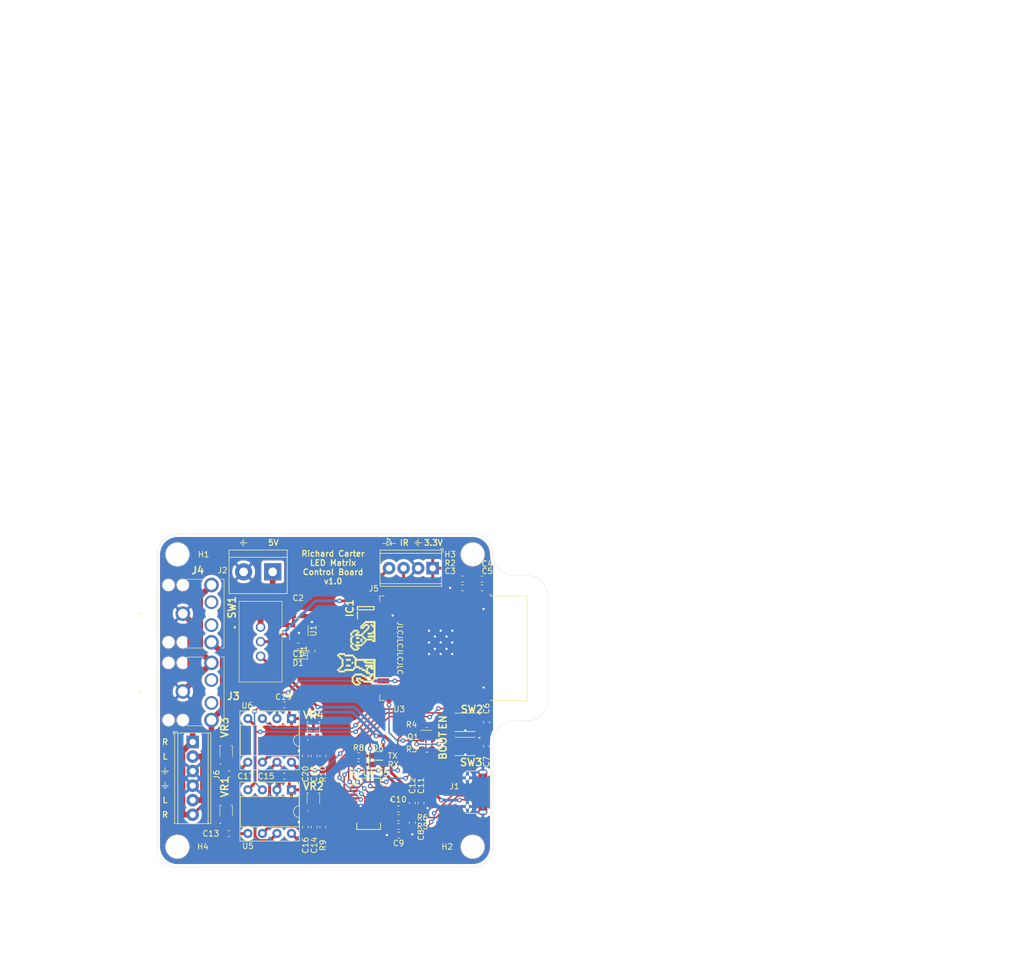
<source format=kicad_pcb>
(kicad_pcb (version 20171130) (host pcbnew "(5.1.5)-3")
  (title_block (title "LED Matrix Control Board") (date 2020-09-10) (rev v1.0) (company "Richard Carter"))
  (layers (0 F.Cu signal) (31 B.Cu signal) (34 B.Paste user) (35 F.Paste user) (36 B.SilkS user) (37 F.SilkS user) (38 B.Mask user) (39 F.Mask user) (44 Edge.Cuts user))
  (net 0 "")
  (net 1 Earth)
  (net 2 /+3.3V)
  (net 3 /ESP32_Circuit/EN)
  (net 4 /ESP32_Circuit/IO0)
  (net 5 /D-)
  (net 6 /D+)
  (net 7 /+USB_5V)
  (net 8 "Net-(C13-Pad2)")
  (net 9 "Net-(C13-Pad1)")
  (net 10 "Net-(C14-Pad1)")
  (net 11 "Net-(C16-Pad1)")
  (net 12 "Net-(C17-Pad2)")
  (net 13 "Net-(C17-Pad1)")
  (net 14 "Net-(C18-Pad1)")
  (net 15 "Net-(C20-Pad1)")
  (net 16 "Net-(D5-Pad1)")
  (net 17 "Net-(D6-Pad1)")
  (net 18 "Net-(J1-Pad4)")
  (net 19 "Net-(J3-Pad11)")
  (net 20 "Net-(J3-Pad10)")
  (net 21 /AUDIO_R)
  (net 22 /AUDIO_L)
  (net 23 "Net-(J4-Pad11)")
  (net 24 "Net-(J4-Pad10)")
  (net 25 /ESP32_Circuit/~DTR)
  (net 26 "Net-(Q1-Pad2)")
  (net 27 "Net-(Q1-Pad5)")
  (net 28 /ESP32_Circuit/~RTS)
  (net 29 "Net-(R5-Pad1)")
  (net 30 "Net-(R6-Pad1)")
  (net 31 "Net-(R7-Pad2)")
  (net 32 "Net-(R8-Pad2)")
  (net 33 "Net-(R9-Pad1)")
  (net 34 "Net-(R10-Pad1)")
  (net 35 /+POW_5V)
  (net 36 "Net-(U1-Pad4)")
  (net 37 /ESP32_Circuit/IO23)
  (net 38 /ESP32_Circuit/IO22)
  (net 39 /ESP32_Circuit/IO1_TXD0)
  (net 40 /ESP32_Circuit/IO3_RXD0)
  (net 41 /ESP32_Circuit/IO21)
  (net 42 "Net-(U3-Pad32)")
  (net 43 /ESP32_Circuit/IO19)
  (net 44 /ESP32_Circuit/IO18)
  (net 45 /MSGEQ7_RESET)
  (net 46 /ESP32_Circuit/IO17)
  (net 47 /ESP32_Circuit/IO16)
  (net 48 /MSGEQ7_STROBE)
  (net 49 /ESP32_Circuit/IO15)
  (net 50 "Net-(U3-Pad22)")
  (net 51 "Net-(U3-Pad21)")
  (net 52 "Net-(U3-Pad20)")
  (net 53 "Net-(U3-Pad19)")
  (net 54 "Net-(U3-Pad18)")
  (net 55 "Net-(U3-Pad17)")
  (net 56 /ESP32_Circuit/IO13)
  (net 57 /ESP32_Circuit/IO12)
  (net 58 /ESP32_Circuit/IO14)
  (net 59 /IR_SENSOR)
  (net 60 /ESP32_Circuit/IO26)
  (net 61 /ESP32_Circuit/IO25)
  (net 62 /MSGEQ7_R_OUT)
  (net 63 /MSGEQ7_L_OUT)
  (net 64 /ESP32_Circuit/IO35)
  (net 65 /ESP32_Circuit/IO34)
  (net 66 /ESP32_Circuit/SENSOR_VN)
  (net 67 /ESP32_Circuit/SENSOR_VP)
  (net 68 "Net-(U4-Pad19)")
  (net 69 "Net-(U4-Pad18)")
  (net 70 "Net-(U4-Pad13)")
  (net 71 "Net-(U4-Pad9)")
  (net 72 "Net-(U4-Pad8)")
  (net 73 "Net-(U4-Pad7)")
  (net 74 "Net-(U4-Pad5)")
  (net 75 "Net-(VR2-Pad1)")
  (net 76 "Net-(VR4-Pad1)")
  (net 77 "Net-(VR1-Pad1)")
  (net 78 "Net-(VR3-Pad1)")
  (net 79 /LED_OUT_5V)
  (net 80 /LED_OUT_3.3V)
  (net 81 /+5V)
  (net 82 "Net-(IC1-Pad1)")
  (net 83 "Net-(D1-Pad1)")
  (module Resistor_SMD:R_0603_1608Metric_Pad1.05x0.95mm_HandSolder (layer F.Cu) (at 80.264 135.128 90)
    (fp_text reference R1 (at 0 -1.43 90) (layer F.SilkS))
    (fp_text value CUR_LIMIT_220R)
    (pad 2 smd roundrect (at 0.875 0 90) (size 1.05 0.95) (layers F.Cu F.Paste F.Mask) (net 1 Earth))
    (pad 1 smd roundrect (at -0.875 0 90) (size 1.05 0.95) (layers F.Cu F.Paste F.Mask) (net 83 "Net-(D1-Pad1)"))
  )
  (module LED_SMD:LED_0603_1608Metric_Pad1.05x0.95mm_HandSolder (layer F.Cu) (at 77.837 135.763 180)
    (fp_text reference D1 (at 0 -1.43) (layer F.SilkS))
    (fp_text value 5V_LED)
    (pad 2 smd roundrect (at 0.875 0 180) (size 1.05 0.95) (layers F.Cu F.Paste F.Mask) (net 81 /+5V))
    (pad 1 smd roundrect (at -0.875 0 180) (size 1.05 0.95) (layers F.Cu F.Paste F.Mask) (net 83 "Net-(D1-Pad1)"))
  )
  (module Artwork:ruler_15cm (layer F.Cu) (at 46.609 172.847)
    (fp_text reference REF**)
    (fp_text value ruler_15cm)
  )
  (module "" (layer F.Cu) (at 62.738 95.123)
    (fp_text reference "" (at 62.738 96.647) (layer F.SilkS) (effects (font (size 1.27 1.27))))
    (fp_text value "" (at 62.738 96.647) (layer F.SilkS) (effects (font (size 1.27 1.27))))
  )
  (module Artwork:ruler_15cm (layer F.Cu) (at 53.213 108.204 270)
    (fp_text reference REF**)
    (fp_text value ruler_15cm)
  )
  (module MountingHole:MountingHole_3.2mm_M3 (layer F.Cu) (at 56.769 169.291)
    (fp_text reference H4 (at 4.445 0) (layer F.SilkS))
    (fp_text value MountingHole)
    (pad 1 np_thru_hole circle (at 0 0) (size 3.2 3.2) (drill 3.2) (layers *.Cu *.Mask))
  )
  (module RF_Module:ESP32-WROOM-32 (layer F.Cu) (at 101.981 134.62 270)
    (fp_text reference U3 (at 10.668 6.477) (layer F.SilkS))
    (fp_text value ESP32-WROOM-32)
    (pad 38 smd rect (at 8.5 -8.255 270) (size 2 0.9) (layers F.Cu F.Paste F.Mask) (net 1 Earth))
    (pad 37 smd rect (at 8.5 -6.985 270) (size 2 0.9) (layers F.Cu F.Paste F.Mask) (net 37 /ESP32_Circuit/IO23))
    (pad 36 smd rect (at 8.5 -5.715 270) (size 2 0.9) (layers F.Cu F.Paste F.Mask) (net 38 /ESP32_Circuit/IO22))
    (pad 35 smd rect (at 8.5 -4.445 270) (size 2 0.9) (layers F.Cu F.Paste F.Mask) (net 39 /ESP32_Circuit/IO1_TXD0))
    (pad 34 smd rect (at 8.5 -3.175 270) (size 2 0.9) (layers F.Cu F.Paste F.Mask) (net 40 /ESP32_Circuit/IO3_RXD0))
    (pad 33 smd rect (at 8.5 -1.905 270) (size 2 0.9) (layers F.Cu F.Paste F.Mask) (net 41 /ESP32_Circuit/IO21))
    (pad 32 smd rect (at 8.5 -0.635 270) (size 2 0.9) (layers F.Cu F.Paste F.Mask) (net 42 "Net-(U3-Pad32)"))
    (pad 31 smd rect (at 8.5 0.635 270) (size 2 0.9) (layers F.Cu F.Paste F.Mask) (net 43 /ESP32_Circuit/IO19))
    (pad 30 smd rect (at 8.5 1.905 270) (size 2 0.9) (layers F.Cu F.Paste F.Mask) (net 44 /ESP32_Circuit/IO18))
    (pad 29 smd rect (at 8.5 3.175 270) (size 2 0.9) (layers F.Cu F.Paste F.Mask) (net 45 /MSGEQ7_RESET))
    (pad 28 smd rect (at 8.5 4.445 270) (size 2 0.9) (layers F.Cu F.Paste F.Mask) (net 46 /ESP32_Circuit/IO17))
    (pad 27 smd rect (at 8.5 5.715 270) (size 2 0.9) (layers F.Cu F.Paste F.Mask) (net 47 /ESP32_Circuit/IO16))
    (pad 26 smd rect (at 8.5 6.985 270) (size 2 0.9) (layers F.Cu F.Paste F.Mask) (net 48 /MSGEQ7_STROBE))
    (pad 25 smd rect (at 8.5 8.255 270) (size 2 0.9) (layers F.Cu F.Paste F.Mask) (net 4 /ESP32_Circuit/IO0))
    (pad 24 smd rect (at 5.715 9.255) (size 2 0.9) (layers F.Cu F.Paste F.Mask) (net 80 /LED_OUT_3.3V))
    (pad 23 smd rect (at 4.445 9.255) (size 2 0.9) (layers F.Cu F.Paste F.Mask) (net 49 /ESP32_Circuit/IO15))
    (pad 22 smd rect (at 3.175 9.255) (size 2 0.9) (layers F.Cu F.Paste F.Mask) (net 50 "Net-(U3-Pad22)"))
    (pad 21 smd rect (at 1.905 9.255) (size 2 0.9) (layers F.Cu F.Paste F.Mask) (net 51 "Net-(U3-Pad21)"))
    (pad 20 smd rect (at 0.635 9.255) (size 2 0.9) (layers F.Cu F.Paste F.Mask) (net 52 "Net-(U3-Pad20)"))
    (pad 19 smd rect (at -0.635 9.255) (size 2 0.9) (layers F.Cu F.Paste F.Mask) (net 53 "Net-(U3-Pad19)"))
    (pad 18 smd rect (at -1.905 9.255) (size 2 0.9) (layers F.Cu F.Paste F.Mask) (net 54 "Net-(U3-Pad18)"))
    (pad 17 smd rect (at -3.175 9.255) (size 2 0.9) (layers F.Cu F.Paste F.Mask) (net 55 "Net-(U3-Pad17)"))
    (pad 16 smd rect (at -4.445 9.255) (size 2 0.9) (layers F.Cu F.Paste F.Mask) (net 56 /ESP32_Circuit/IO13))
    (pad 15 smd rect (at -5.715 9.255) (size 2 0.9) (layers F.Cu F.Paste F.Mask) (net 1 Earth))
    (pad 14 smd rect (at -8.5 8.255 270) (size 2 0.9) (layers F.Cu F.Paste F.Mask) (net 57 /ESP32_Circuit/IO12))
    (pad 13 smd rect (at -8.5 6.985 270) (size 2 0.9) (layers F.Cu F.Paste F.Mask) (net 58 /ESP32_Circuit/IO14))
    (pad 12 smd rect (at -8.5 5.715 270) (size 2 0.9) (layers F.Cu F.Paste F.Mask) (net 59 /IR_SENSOR))
    (pad 11 smd rect (at -8.5 4.445 270) (size 2 0.9) (layers F.Cu F.Paste F.Mask) (net 60 /ESP32_Circuit/IO26))
    (pad 10 smd rect (at -8.5 3.175 270) (size 2 0.9) (layers F.Cu F.Paste F.Mask) (net 61 /ESP32_Circuit/IO25))
    (pad 9 smd rect (at -8.5 1.905 270) (size 2 0.9) (layers F.Cu F.Paste F.Mask) (net 62 /MSGEQ7_R_OUT))
    (pad 8 smd rect (at -8.5 0.635 270) (size 2 0.9) (layers F.Cu F.Paste F.Mask) (net 63 /MSGEQ7_L_OUT))
    (pad 7 smd rect (at -8.5 -0.635 270) (size 2 0.9) (layers F.Cu F.Paste F.Mask) (net 64 /ESP32_Circuit/IO35))
    (pad 6 smd rect (at -8.5 -1.905 270) (size 2 0.9) (layers F.Cu F.Paste F.Mask) (net 65 /ESP32_Circuit/IO34))
    (pad 5 smd rect (at -8.5 -3.175 270) (size 2 0.9) (layers F.Cu F.Paste F.Mask) (net 66 /ESP32_Circuit/SENSOR_VN))
    (pad 4 smd rect (at -8.5 -4.445 270) (size 2 0.9) (layers F.Cu F.Paste F.Mask) (net 67 /ESP32_Circuit/SENSOR_VP))
    (pad 3 smd rect (at -8.5 -5.715 270) (size 2 0.9) (layers F.Cu F.Paste F.Mask) (net 3 /ESP32_Circuit/EN))
    (pad 2 smd rect (at -8.5 -6.985 270) (size 2 0.9) (layers F.Cu F.Paste F.Mask) (net 2 /+3.3V))
    (pad 1 smd rect (at -8.5 -8.255 270) (size 2 0.9) (layers F.Cu F.Paste F.Mask) (net 1 Earth))
    (pad 39 smd rect (at -1 -0.755 270) (size 5 5) (layers F.Cu F.Paste F.Mask) (net 1 Earth))
  )
  (module SamacSys:SKTHAHE010 (layer F.Cu) (at 107.004 151.78 180)
    (fp_text reference SW3 (at -1.073 -2.779) (layer F.SilkS) (effects (font (size 1.27 1.27) (thickness 0.254))))
    (fp_text value BOOT (at 3.88 0.142 90) (layer F.SilkS) (effects (font (size 1.27 1.27) (thickness 0.254))))
    (pad 1 smd rect (at -1.975 0.65 270) (size 0.9 1.05) (layers F.Cu F.Paste F.Mask) (net 4 /ESP32_Circuit/IO0))
    (pad 1 smd rect (at 1.975 0.65 270) (size 0.9 1.05) (layers F.Cu F.Paste F.Mask) (net 4 /ESP32_Circuit/IO0))
    (pad 2 smd rect (at -1.975 -0.65 270) (size 0.9 1.05) (layers F.Cu F.Paste F.Mask) (net 1 Earth))
    (pad 2 smd rect (at 1.975 -0.65 270) (size 0.9 1.05) (layers F.Cu F.Paste F.Mask) (net 1 Earth))
  )
  (module SamacSys:SKTHAHE010 (layer F.Cu) (at 106.9975 147.574 180)
    (fp_text reference SW2 (at -1.2065 2.286) (layer F.SilkS) (effects (font (size 1.27 1.27) (thickness 0.254))))
    (fp_text value EN (at 3.8735 0 90) (layer F.SilkS) (effects (font (size 1.27 1.27) (thickness 0.254))))
    (pad 1 smd rect (at -1.975 0.65 270) (size 0.9 1.05) (layers F.Cu F.Paste F.Mask) (net 3 /ESP32_Circuit/EN))
    (pad 1 smd rect (at 1.975 0.65 270) (size 0.9 1.05) (layers F.Cu F.Paste F.Mask) (net 3 /ESP32_Circuit/EN))
    (pad 2 smd rect (at -1.975 -0.65 270) (size 0.9 1.05) (layers F.Cu F.Paste F.Mask) (net 1 Earth))
    (pad 2 smd rect (at 1.975 -0.65 270) (size 0.9 1.05) (layers F.Cu F.Paste F.Mask) (net 1 Earth))
  )
  (module Artwork:cat_small_mirrored (layer F.Cu) (at 89.027 138.303 90)
    (fp_text reference ART2)
    (fp_text value Artwork)
  )
  (module Artwork:dog_2_small (layer F.Cu) (at 89.789 132.207 90)
    (fp_text reference ART1)
    (fp_text value Artwork)
  )
  (module SamacSys:SJ13523N (layer F.Cu) (at 53.213 128.5875)
    (fp_text reference J4 (at 7.112 -7.5565) (layer F.SilkS) (effects (font (size 1.27 1.27) (thickness 0.254))))
    (fp_text value SJ1-3523N)
    (pad 1 thru_hole circle (at 4.5 0) (size 2.55 2.55) (drill 1.7) (layers *.Cu *.Mask) (net 1 Earth))
    (pad 2 thru_hole circle (at 9.5 5) (size 2.55 2.55) (drill 1.7) (layers *.Cu *.Mask) (net 22 /AUDIO_L))
    (pad 3 thru_hole circle (at 9.5 -5) (size 2.55 2.55) (drill 1.7) (layers *.Cu *.Mask) (net 21 /AUDIO_R))
    (pad 10 thru_hole circle (at 9.5 2) (size 2.4 2.4) (drill 1.7) (layers *.Cu *.Mask) (net 24 "Net-(J4-Pad10)"))
    (pad 11 thru_hole circle (at 9.5 -2) (size 2.4 2.4) (drill 1.7) (layers *.Cu *.Mask) (net 23 "Net-(J4-Pad11)"))
    (pad MH1 np_thru_hole circle (at 2 -5) (size 1.2 0) (drill 1.2) (layers *.Cu *.Mask))
    (pad MH2 np_thru_hole circle (at 4.5 -5) (size 1.2 0) (drill 1.2) (layers *.Cu *.Mask))
    (pad MH3 np_thru_hole circle (at 9.5 0) (size 1.2 0) (drill 1.2) (layers *.Cu *.Mask))
    (pad MH4 np_thru_hole circle (at 2 5) (size 1.2 0) (drill 1.2) (layers *.Cu *.Mask))
    (pad MH5 np_thru_hole circle (at 4.5 5) (size 1.2 0) (drill 1.2) (layers *.Cu *.Mask))
  )
  (module SamacSys:SJ13523N (layer F.Cu) (at 53.213 142.1765)
    (fp_text reference J3 (at 13.335 0.8255) (layer F.SilkS) (effects (font (size 1.27 1.27) (thickness 0.254))))
    (fp_text value SJ1-3523N)
    (pad 1 thru_hole circle (at 4.5 0) (size 2.55 2.55) (drill 1.7) (layers *.Cu *.Mask) (net 1 Earth))
    (pad 2 thru_hole circle (at 9.5 5) (size 2.55 2.55) (drill 1.7) (layers *.Cu *.Mask) (net 22 /AUDIO_L))
    (pad 3 thru_hole circle (at 9.5 -5) (size 2.55 2.55) (drill 1.7) (layers *.Cu *.Mask) (net 21 /AUDIO_R))
    (pad 10 thru_hole circle (at 9.5 2) (size 2.4 2.4) (drill 1.7) (layers *.Cu *.Mask) (net 20 "Net-(J3-Pad10)"))
    (pad 11 thru_hole circle (at 9.5 -2) (size 2.4 2.4) (drill 1.7) (layers *.Cu *.Mask) (net 19 "Net-(J3-Pad11)"))
    (pad MH1 np_thru_hole circle (at 2 -5) (size 1.2 0) (drill 1.2) (layers *.Cu *.Mask))
    (pad MH2 np_thru_hole circle (at 4.5 -5) (size 1.2 0) (drill 1.2) (layers *.Cu *.Mask))
    (pad MH3 np_thru_hole circle (at 9.5 0) (size 1.2 0) (drill 1.2) (layers *.Cu *.Mask))
    (pad MH4 np_thru_hole circle (at 2 5) (size 1.2 0) (drill 1.2) (layers *.Cu *.Mask))
    (pad MH5 np_thru_hole circle (at 4.5 5) (size 1.2 0) (drill 1.2) (layers *.Cu *.Mask))
  )
  (module TerminalBlock:TerminalBlock_bornier-2_P5.08mm (layer F.Cu) (at 73.406 121.285 180)
    (fp_text reference J2 (at 8.763 0.254) (layer F.SilkS))
    (fp_text value Screw_Terminal_01x02)
    (pad 1 thru_hole rect (at 0 0 180) (size 3 3) (drill 1.52) (layers *.Cu *.Mask) (net 35 /+POW_5V))
    (pad 2 thru_hole circle (at 5.08 0 180) (size 3 3) (drill 1.52) (layers *.Cu *.Mask) (net 1 Earth))
  )
  (module SamacSys:25136NAH (layer F.Cu) (at 70.866 133.477 180)
    (fp_text reference SW1 (at 4.572 5.969 90) (layer F.SilkS) (effects (font (size 1.27 1.27) (thickness 0.254))))
    (fp_text value SW_SPDT hide)
    (pad 1 thru_hole circle (at -0.425 2.54 180) (size 1.65 1.65) (drill 1.1) (layers *.Cu *.Mask) (net 35 /+POW_5V))
    (pad 2 thru_hole circle (at -0.425 0 180) (size 1.65 1.65) (drill 1.1) (layers *.Cu *.Mask) (net 81 /+5V))
    (pad 3 thru_hole circle (at -0.425 -2.54 180) (size 1.65 1.65) (drill 1.1) (layers *.Cu *.Mask) (net 7 /+USB_5V))
  )
  (module TerminalBlock_Phoenix:TerminalBlock_Phoenix_MPT-0,5-4-2.54_1x04_P2.54mm_Horizontal (layer F.Cu) (at 101.346 120.65 180)
    (fp_text reference J5 (at 10.287 -3.556) (layer F.SilkS))
    (fp_text value Screw_Terminal_01x04)
    (pad 1 thru_hole rect (at 0 0 180) (size 2.2 2.2) (drill 1.1) (layers *.Cu *.Mask) (net 2 /+3.3V))
    (pad 2 thru_hole circle (at 2.54 0 180) (size 2.2 2.2) (drill 1.1) (layers *.Cu *.Mask) (net 1 Earth))
    (pad 3 thru_hole circle (at 5.08 0 180) (size 2.2 2.2) (drill 1.1) (layers *.Cu *.Mask) (net 59 /IR_SENSOR))
    (pad 4 thru_hole circle (at 7.62 0 180) (size 2.2 2.2) (drill 1.1) (layers *.Cu *.Mask) (net 79 /LED_OUT_5V))
  )
  (module TerminalBlock_Phoenix:TerminalBlock_Phoenix_MPT-0,5-6-2.54_1x06_P2.54mm_Horizontal (layer F.Cu) (at 59.436 151.003 270)
    (fp_text reference J6 (at 5.715 -4.16 90) (layer F.SilkS))
    (fp_text value Screw_Terminal_01x06)
    (pad 1 thru_hole rect (at 0 0 270) (size 2.2 2.2) (drill 1.1) (layers *.Cu *.Mask) (net 21 /AUDIO_R))
    (pad 2 thru_hole circle (at 2.54 0 270) (size 2.2 2.2) (drill 1.1) (layers *.Cu *.Mask) (net 22 /AUDIO_L))
    (pad 3 thru_hole circle (at 5.08 0 270) (size 2.2 2.2) (drill 1.1) (layers *.Cu *.Mask) (net 1 Earth))
    (pad 4 thru_hole circle (at 7.62 0 270) (size 2.2 2.2) (drill 1.1) (layers *.Cu *.Mask) (net 1 Earth))
    (pad 5 thru_hole circle (at 10.16 0 270) (size 2.2 2.2) (drill 1.1) (layers *.Cu *.Mask) (net 22 /AUDIO_L))
    (pad 6 thru_hole circle (at 12.7 0 270) (size 2.2 2.2) (drill 1.1) (layers *.Cu *.Mask) (net 21 /AUDIO_R))
  )
  (module SamacSys:AMPHENOL_10118194-0001LF (layer F.Cu) (at 110.109 159.766 90)
    (fp_text reference J1 (at 1.016 -4.953 180) (layer F.SilkS))
    (fp_text value USB_B_Micro)
    (fp_poly (pts (xy -2.3 -0.78) (xy -2.3 0.775) (xy -3.4975 0.775) (xy -3.4975 0.575) (xy -3.485731 0.574662) (xy -3.472748 0.57364) (xy -3.459836 0.571941) (xy -3.447031 0.569567) (xy -3.434368 0.566527) (xy -3.421881 0.562828) (xy -3.409605 0.558481) (xy -3.397573 0.553497) (xy -3.385818 0.547891) (xy -3.374373 0.541677) (xy -3.363269 0.534872) (xy -3.352537 0.527496) (xy -3.342205 0.519567) (xy -3.332302 0.51111) (xy -3.322855 0.502145) (xy -3.31389 0.492698) (xy -3.305433 0.482795) (xy -3.297504 0.472463) (xy -3.290128 0.461731) (xy -3.283323 0.450627) (xy -3.277109 0.439182) (xy -3.271503 0.427427) (xy -3.266519 0.415395) (xy -3.262172 0.403119) (xy -3.258473 0.390632) (xy -3.255433 0.377969) (xy -3.253059 0.365164) (xy -3.25136 0.352252) (xy -3.250338 0.339269) (xy -3.25 0.325) (xy -3.25 0.315) (xy -3.25 -0.315) (xy -3.25 -0.325) (xy -3.250343 -0.338084) (xy -3.25137 -0.351132) (xy -3.253078 -0.364109) (xy -3.255463 -0.376978) (xy -3.258519 -0.389705) (xy -3.262236 -0.402254) (xy -3.266605 -0.414592) (xy -3.271614 -0.426684) (xy -3.277248 -0.438498) (xy -3.283494 -0.45) (xy -3.290332 -0.46116) (xy -3.297746 -0.471946) (xy -3.305714 -0.48233) (xy -3.314214 -0.492283) (xy -3.323223 -0.501777) (xy -3.332717 -0.510786) (xy -3.34267 -0.519286) (xy -3.353054 -0.527254) (xy -3.36384 -0.534668) (xy -3.375 -0.541506) (xy -3.386502 -0.547752) (xy -3.398316 -0.553386) (xy -3.410408 -0.558395) (xy -3.422746 -0.562764) (xy -3.435295 -0.566481) (xy -3.448022 -0.569537) (xy -3.460891 -0.571922) (xy -3.473868 -0.57363) (xy -3.486916 -0.574657) (xy -3.5 -0.575) (xy -3.513084 -0.574657) (xy -3.526132 -0.57363) (xy -3.539109 -0.571922) (xy -3.551978 -0.569537) (xy -3.564705 -0.566481) (xy -3.577254 -0.562764) (xy -3.589592 -0.558395) (xy -3.601684 -0.553386) (xy -3.613498 -0.547752) (xy -3.625 -0.541506) (xy -3.63616 -0.534668) (xy -3.646946 -0.527254) (xy -3.65733 -0.519286) (xy -3.667283 -0.510786) (xy -3.676777 -0.501777) (xy -3.685786 -0.492283) (xy -3.694286 -0.48233) (xy -3.702254 -0.471946) (xy -3.709668 -0.46116) (xy -3.716506 -0.45) (xy -3.722752 -0.438498) (xy -3.728386 -0.426684) (xy -3.733395 -0.414592) (xy -3.737764 -0.402254) (xy -3.741481 -0.389705) (xy -3.744537 -0.376978) (xy -3.746922 -0.364109) (xy -3.74863 -0.351132) (xy -3.749657 -0.338084) (xy -3.75 -0.325) (xy -3.75 0.325) (xy -3.749662 0.339269) (xy -3.74864 0.352252) (xy -3.746941 0.365164) (xy -3.744567 0.377969) (xy -3.741527 0.390632) (xy -3.737828 0.403119) (xy -3.733481 0.415395) (xy -3.728497 0.427427) (xy -3.722891 0.439182) (xy -3.716677 0.450627) (xy -3.709872 0.461731) (xy -3.702496 0.472463) (xy -3.694567 0.482795) (xy -3.68611 0.492698) (xy -3.677145 0.502145) (xy -3.667698 0.51111) (xy -3.657795 0.519567) (xy -3.647463 0.527496) (xy -3.636731 0.534872) (xy -3.625627 0.541677) (xy -3.614182 0.547891) (xy -3.602427 0.553497) (xy -3.590395 0.558481) (xy -3.578119 0.562828) (xy -3.565632 0.566527) (xy -3.552969 0.569567) (xy -3.540164 0.571941) (xy -3.527252 0.57364) (xy -3.514269 0.574662) (xy -3.5025 0.575) (xy -3.5025 0.775) (xy -3.527353 0.774318) (xy -3.553384 0.772269) (xy -3.579272 0.768861) (xy -3.604946 0.764103) (xy -3.630336 0.758007) (xy -3.655373 0.750591) (xy -3.679987 0.741875) (xy -3.704111 0.731882) (xy -3.727678 0.720641) (xy -3.750626 0.708182) (xy -3.77289 0.694538) (xy -3.794409 0.679748) (xy -3.815125 0.663853) (xy -3.83498 0.646895) (xy -3.853921 0.628921) (xy -3.871895 0.60998) (xy -3.888853 0.590125) (xy -3.904748 0.569409) (xy -3.919538 0.54789) (xy -3.933182 0.525626) (xy -3.945641 0.502678) (xy -3.956882 0.479111) (xy -3.966875 0.454987) (xy -3.975591 0.430373) (xy -3.983007 0.405336) (xy -3.989103 0.379946) (xy -3.993861 0.354272) (xy -3.997269 0.328384) (xy -3.999318 0.302353) (xy -4 0.275) (xy -4 -0.275) (xy -3.999315 -0.301168) (xy -3.997261 -0.327264) (xy -3.993844 -0.353217) (xy -3.989074 -0.378956) (xy -3.982963 -0.40441) (xy -3.975528 -0.429508) (xy -3.96679 -0.454184) (xy -3.956773 -0.478368) (xy -3.945503 -0.501995) (xy -3.933013 -0.525) (xy -3.919335 -0.54732) (xy -3.904508 -0.568893) (xy -3.888573 -0.58966) (xy -3.871572 -0.609565) (xy -3.853553 -0.628553) (xy -3.834565 -0.646572) (xy -3.81466 -0.663573) (xy -3.793893 -0.679508) (xy -3.77232 -0.694335) (xy -3.75 -0.708013) (xy -3.726995 -0.720503) (xy -3.703368 -0.731773) (xy -3.679184 -0.74179) (xy -3.654508 -0.750528) (xy -3.62941 -0.757963) (xy -3.603956 -0.764074) (xy -3.578217 -0.768844) (xy -3.552264 -0.772261) (xy -3.526168 -0.774315) (xy -3.5 -0.775) (xy -2.305 -0.775) (xy -2.305 -0.78) (xy -2.3 -0.78)) (layer F.Cu) (width 0.001))
    (fp_poly (pts (xy 2.3 0.78) (xy 2.3 -0.775) (xy 3.4975 -0.775) (xy 3.4975 -0.575) (xy 3.485731 -0.574662) (xy 3.472748 -0.57364) (xy 3.459836 -0.571941) (xy 3.447031 -0.569567) (xy 3.434368 -0.566527) (xy 3.421881 -0.562828) (xy 3.409605 -0.558481) (xy 3.397573 -0.553497) (xy 3.385818 -0.547891) (xy 3.374373 -0.541677) (xy 3.363269 -0.534872) (xy 3.352537 -0.527496) (xy 3.342205 -0.519567) (xy 3.332302 -0.51111) (xy 3.322855 -0.502145) (xy 3.31389 -0.492698) (xy 3.305433 -0.482795) (xy 3.297504 -0.472463) (xy 3.290128 -0.461731) (xy 3.283323 -0.450627) (xy 3.277109 -0.439182) (xy 3.271503 -0.427427) (xy 3.266519 -0.415395) (xy 3.262172 -0.403119) (xy 3.258473 -0.390632) (xy 3.255433 -0.377969) (xy 3.253059 -0.365164) (xy 3.25136 -0.352252) (xy 3.250338 -0.339269) (xy 3.25 -0.325) (xy 3.25 -0.315) (xy 3.25 0.315) (xy 3.25 0.325) (xy 3.250343 0.338084) (xy 3.25137 0.351132) (xy 3.253078 0.364109) (xy 3.255463 0.376978) (xy 3.258519 0.389705) (xy 3.262236 0.402254) (xy 3.266605 0.414592) (xy 3.271614 0.426684) (xy 3.277248 0.438498) (xy 3.283494 0.45) (xy 3.290332 0.46116) (xy 3.297746 0.471946) (xy 3.305714 0.48233) (xy 3.314214 0.492283) (xy 3.323223 0.501777) (xy 3.332717 0.510786) (xy 3.34267 0.519286) (xy 3.353054 0.527254) (xy 3.36384 0.534668) (xy 3.375 0.541506) (xy 3.386502 0.547752) (xy 3.398316 0.553386) (xy 3.410408 0.558395) (xy 3.422746 0.562764) (xy 3.435295 0.566481) (xy 3.448022 0.569537) (xy 3.460891 0.571922) (xy 3.473868 0.57363) (xy 3.486916 0.574657) (xy 3.5 0.575) (xy 3.513084 0.574657) (xy 3.526132 0.57363) (xy 3.539109 0.571922) (xy 3.551978 0.569537) (xy 3.564705 0.566481) (xy 3.577254 0.562764) (xy 3.589592 0.558395) (xy 3.601684 0.553386) (xy 3.613498 0.547752) (xy 3.625 0.541506) (xy 3.63616 0.534668) (xy 3.646946 0.527254) (xy 3.65733 0.519286) (xy 3.667283 0.510786) (xy 3.676777 0.501777) (xy 3.685786 0.492283) (xy 3.694286 0.48233) (xy 3.702254 0.471946) (xy 3.709668 0.46116) (xy 3.716506 0.45) (xy 3.722752 0.438498) (xy 3.728386 0.426684) (xy 3.733395 0.414592) (xy 3.737764 0.402254) (xy 3.741481 0.389705) (xy 3.744537 0.376978) (xy 3.746922 0.364109) (xy 3.74863 0.351132) (xy 3.749657 0.338084) (xy 3.75 0.325) (xy 3.75 -0.325) (xy 3.749662 -0.339269) (xy 3.74864 -0.352252) (xy 3.746941 -0.365164) (xy 3.744567 -0.377969) (xy 3.741527 -0.390632) (xy 3.737828 -0.403119) (xy 3.733481 -0.415395) (xy 3.728497 -0.427427) (xy 3.722891 -0.439182) (xy 3.716677 -0.450627) (xy 3.709872 -0.461731) (xy 3.702496 -0.472463) (xy 3.694567 -0.482795) (xy 3.68611 -0.492698) (xy 3.677145 -0.502145) (xy 3.667698 -0.51111) (xy 3.657795 -0.519567) (xy 3.647463 -0.527496) (xy 3.636731 -0.534872) (xy 3.625627 -0.541677) (xy 3.614182 -0.547891) (xy 3.602427 -0.553497) (xy 3.590395 -0.558481) (xy 3.578119 -0.562828) (xy 3.565632 -0.566527) (xy 3.552969 -0.569567) (xy 3.540164 -0.571941) (xy 3.527252 -0.57364) (xy 3.514269 -0.574662) (xy 3.5025 -0.575) (xy 3.5025 -0.775) (xy 3.527353 -0.774318) (xy 3.553384 -0.772269) (xy 3.579272 -0.768861) (xy 3.604946 -0.764103) (xy 3.630336 -0.758007) (xy 3.655373 -0.750591) (xy 3.679987 -0.741875) (xy 3.704111 -0.731882) (xy 3.727678 -0.720641) (xy 3.750626 -0.708182) (xy 3.77289 -0.694538) (xy 3.794409 -0.679748) (xy 3.815125 -0.663853) (xy 3.83498 -0.646895) (xy 3.853921 -0.628921) (xy 3.871895 -0.60998) (xy 3.888853 -0.590125) (xy 3.904748 -0.569409) (xy 3.919538 -0.54789) (xy 3.933182 -0.525626) (xy 3.945641 -0.502678) (xy 3.956882 -0.479111) (xy 3.966875 -0.454987) (xy 3.975591 -0.430373) (xy 3.983007 -0.405336) (xy 3.989103 -0.379946) (xy 3.993861 -0.354272) (xy 3.997269 -0.328384) (xy 3.999318 -0.302353) (xy 4 -0.275) (xy 4 0.275) (xy 3.999315 0.301168) (xy 3.997261 0.327264) (xy 3.993844 0.353217) (xy 3.989074 0.378956) (xy 3.982963 0.40441) (xy 3.975528 0.429508) (xy 3.96679 0.454184) (xy 3.956773 0.478368) (xy 3.945503 0.501995) (xy 3.933013 0.525) (xy 3.919335 0.54732) (xy 3.904508 0.568893) (xy 3.888573 0.58966) (xy 3.871572 0.609565) (xy 3.853553 0.628553) (xy 3.834565 0.646572) (xy 3.81466 0.663573) (xy 3.793893 0.679508) (xy 3.77232 0.694335) (xy 3.75 0.708013) (xy 3.726995 0.720503) (xy 3.703368 0.731773) (xy 3.679184 0.74179) (xy 3.654508 0.750528) (xy 3.62941 0.757963) (xy 3.603956 0.764074) (xy 3.578217 0.768844) (xy 3.552264 0.772261) (xy 3.526168 0.774315) (xy 3.5 0.775) (xy 2.305 0.775) (xy 2.305 0.78) (xy 2.3 0.78)) (layer F.Cu) (width 0.001))
    (pad 1 smd rect (at -1.3 -2.7 90) (size 0.4 1.35) (layers F.Cu F.Paste F.Mask) (net 7 /+USB_5V))
    (pad 2 smd rect (at -0.65 -2.7 90) (size 0.4 1.35) (layers F.Cu F.Paste F.Mask) (net 5 /D-))
    (pad 3 smd rect (at 0 -2.7 90) (size 0.4 1.35) (layers F.Cu F.Paste F.Mask) (net 6 /D+))
    (pad 4 smd rect (at 0.65 -2.7 90) (size 0.4 1.35) (layers F.Cu F.Paste F.Mask) (net 18 "Net-(J1-Pad4)"))
    (pad 5 smd rect (at 1.3 -2.7 90) (size 0.4 1.35) (layers F.Cu F.Paste F.Mask) (net 1 Earth))
    (pad 6 thru_hole oval (at -2.5 -2.7 90) (size 1.3 0.65) (drill oval 0.85 0.55) (layers *.Cu *.Mask) (net 1 Earth))
    (pad 6 thru_hole oval (at 2.5 -2.7 90) (size 1.3 0.65) (drill oval 0.85 0.55) (layers *.Cu *.Mask) (net 1 Earth))
    (pad 6 thru_hole oval (at -3.5 0 90) (size 0.775 1.55) (drill oval 0.5 1.15) (layers *.Cu *.Mask) (net 1 Earth))
    (pad 6 smd rect (at -1 0 90) (size 1.5 1.55) (layers F.Cu F.Paste F.Mask) (net 1 Earth))
    (pad 6 smd rect (at 1 0 90) (size 1.5 1.55) (layers F.Cu F.Paste F.Mask) (net 1 Earth))
    (pad 6 thru_hole oval (at 3.5 0 90) (size 0.775 1.55) (drill oval 0.5 1.15) (layers *.Cu *.Mask) (net 1 Earth))
  )
  (module MountingHole:MountingHole_3.2mm_M3 (layer F.Cu) (at 108.331 118.237)
    (fp_text reference H3 (at -3.937 0) (layer F.SilkS))
    (fp_text value MountingHole)
    (pad 1 np_thru_hole circle (at 0 0) (size 3.2 3.2) (drill 3.2) (layers *.Cu *.Mask))
  )
  (module MountingHole:MountingHole_3.2mm_M3 (layer F.Cu) (at 108.331 169.291)
    (fp_text reference H2 (at -4.445 0) (layer F.SilkS))
    (fp_text value MountingHole)
    (pad 1 np_thru_hole circle (at 0 0) (size 3.2 3.2) (drill 3.2) (layers *.Cu *.Mask))
  )
  (module MountingHole:MountingHole_3.2mm_M3 (layer F.Cu) (at 56.769 118.237)
    (fp_text reference H1 (at 4.572 0) (layer F.SilkS))
    (fp_text value MountingHole)
    (pad 1 np_thru_hole circle (at 0 0) (size 3.2 3.2) (drill 3.2) (layers *.Cu *.Mask))
  )
  (module SamacSys:SOT95P275X110-5N (layer F.Cu) (at 89.662 127.635 90)
    (fp_text reference IC1 (at 0 -2.794 90) (layer F.SilkS) (effects (font (size 1.27 1.27) (thickness 0.254))))
    (fp_text value 74LV1T34GVH)
    (pad 1 smd rect (at -1.25 -0.95 180) (size 0.5 1.25) (layers F.Cu F.Paste F.Mask) (net 82 "Net-(IC1-Pad1)"))
    (pad 2 smd rect (at -1.25 0 180) (size 0.5 1.25) (layers F.Cu F.Paste F.Mask) (net 80 /LED_OUT_3.3V))
    (pad 3 smd rect (at -1.25 0.95 180) (size 0.5 1.25) (layers F.Cu F.Paste F.Mask) (net 1 Earth))
    (pad 4 smd rect (at 1.25 0.95 180) (size 0.5 1.25) (layers F.Cu F.Paste F.Mask) (net 79 /LED_OUT_5V))
    (pad 5 smd rect (at 1.25 -0.95 180) (size 0.5 1.25) (layers F.Cu F.Paste F.Mask) (net 81 /+5V))
  )
  (module SamacSys:TC42X2503E (layer F.Cu) (at 80.518 148.749)
    (fp_text reference VR4 (at 0 -2.445) (layer F.SilkS) (effects (font (size 1.27 1.27) (thickness 0.254))))
    (fp_text value TC42X-2-503E)
    (pad 1 smd rect (at -0.65 1.175) (size 0.6 0.8) (layers F.Cu F.Paste F.Mask) (net 76 "Net-(VR4-Pad1)"))
    (pad 2 smd rect (at 0 -1.175 90) (size 0.7 1) (layers F.Cu F.Paste F.Mask) (net 2 /+3.3V))
    (pad 3 smd rect (at 0.65 1.175) (size 0.6 0.8) (layers F.Cu F.Paste F.Mask) (net 34 "Net-(R10-Pad1)"))
  )
  (module SamacSys:TC42X2503E (layer F.Cu) (at 65.278 163.354)
    (fp_text reference VR1 (at -0.254 -4.477 270) (layer F.SilkS) (effects (font (size 1.27 1.27) (thickness 0.254))))
    (fp_text value TC42X-2-503E)
    (pad 3 smd rect (at 0.65 1.175) (size 0.6 0.8) (layers F.Cu F.Paste F.Mask) (net 9 "Net-(C13-Pad1)"))
    (pad 2 smd rect (at 0 -1.175 90) (size 0.7 1) (layers F.Cu F.Paste F.Mask) (net 21 /AUDIO_R))
    (pad 1 smd rect (at -0.65 1.175) (size 0.6 0.8) (layers F.Cu F.Paste F.Mask) (net 77 "Net-(VR1-Pad1)"))
  )
  (module SamacSys:TC42X2503E (layer F.Cu) (at 80.518 161.195)
    (fp_text reference VR2 (at 0 -2.445) (layer F.SilkS) (effects (font (size 1.27 1.27) (thickness 0.254))))
    (fp_text value TC42X-2-503E)
    (pad 3 smd rect (at 0.65 1.175) (size 0.6 0.8) (layers F.Cu F.Paste F.Mask) (net 33 "Net-(R9-Pad1)"))
    (pad 2 smd rect (at 0 -1.175 90) (size 0.7 1) (layers F.Cu F.Paste F.Mask) (net 2 /+3.3V))
    (pad 1 smd rect (at -0.65 1.175) (size 0.6 0.8) (layers F.Cu F.Paste F.Mask) (net 75 "Net-(VR2-Pad1)"))
  )
  (module SamacSys:TC42X2503E (layer F.Cu) (at 65.278 152.94)
    (fp_text reference VR3 (at -0.254 -4.477 270) (layer F.SilkS) (effects (font (size 1.27 1.27) (thickness 0.254))))
    (fp_text value TC42X-2-503E)
    (pad 3 smd rect (at 0.65 1.175) (size 0.6 0.8) (layers F.Cu F.Paste F.Mask) (net 13 "Net-(C17-Pad1)"))
    (pad 2 smd rect (at 0 -1.175 90) (size 0.7 1) (layers F.Cu F.Paste F.Mask) (net 22 /AUDIO_L))
    (pad 1 smd rect (at -0.65 1.175) (size 0.6 0.8) (layers F.Cu F.Paste F.Mask) (net 78 "Net-(VR3-Pad1)"))
  )
  (module Capacitor_SMD:C_0603_1608Metric_Pad1.05x0.95mm_HandSolder (layer F.Cu) (at 65.772 167.005)
    (fp_text reference C13 (at -3.161 0) (layer F.SilkS))
    (fp_text value 10nF)
    (pad 1 smd roundrect (at -0.875 0) (size 1.05 0.95) (layers F.Cu F.Paste F.Mask) (net 9 "Net-(C13-Pad1)"))
    (pad 2 smd roundrect (at 0.875 0) (size 1.05 0.95) (layers F.Cu F.Paste F.Mask) (net 8 "Net-(C13-Pad2)"))
  )
  (module Capacitor_SMD:C_0603_1608Metric_Pad1.05x0.95mm_HandSolder (layer F.Cu) (at 80.645 165.876 90)
    (fp_text reference C14 (at -3.161 0 90) (layer F.SilkS))
    (fp_text value 33pF)
    (pad 1 smd roundrect (at -0.875 0 90) (size 1.05 0.95) (layers F.Cu F.Paste F.Mask) (net 10 "Net-(C14-Pad1)"))
    (pad 2 smd roundrect (at 0.875 0 90) (size 1.05 0.95) (layers F.Cu F.Paste F.Mask) (net 1 Earth))
  )
  (module Capacitor_SMD:C_0603_1608Metric_Pad1.05x0.95mm_HandSolder (layer F.Cu) (at 79.121 165.876 90)
    (fp_text reference C16 (at -3.161 0 90) (layer F.SilkS))
    (fp_text value 0.1uF)
    (pad 1 smd roundrect (at -0.875 0 90) (size 1.05 0.95) (layers F.Cu F.Paste F.Mask) (net 11 "Net-(C16-Pad1)"))
    (pad 2 smd roundrect (at 0.875 0 90) (size 1.05 0.95) (layers F.Cu F.Paste F.Mask) (net 1 Earth))
  )
  (module Resistor_SMD:R_0603_1608Metric_Pad1.05x0.95mm_HandSolder (layer F.Cu) (at 82.169 165.876 270)
    (fp_text reference R9 (at 3.161 0 90) (layer F.SilkS))
    (fp_text value 180k)
    (pad 1 smd roundrect (at -0.875 0 270) (size 1.05 0.95) (layers F.Cu F.Paste F.Mask) (net 33 "Net-(R9-Pad1)"))
    (pad 2 smd roundrect (at 0.875 0 270) (size 1.05 0.95) (layers F.Cu F.Paste F.Mask) (net 10 "Net-(C14-Pad1)"))
  )
  (module Package_DIP:DIP-8_W7.62mm_Socket (layer F.Cu) (at 76.691 159.3575 270)
    (fp_text reference U5 (at 9.8065 7.603 180) (layer F.SilkS))
    (fp_text value MSGEQ7)
    (pad 1 thru_hole rect (at 0 0 270) (size 1.6 1.6) (drill 0.8) (layers *.Cu *.Mask) (net 2 /+3.3V))
    (pad 5 thru_hole oval (at 7.62 7.62 270) (size 1.6 1.6) (drill 0.8) (layers *.Cu *.Mask) (net 8 "Net-(C13-Pad2)"))
    (pad 2 thru_hole oval (at 0 2.54 270) (size 1.6 1.6) (drill 0.8) (layers *.Cu *.Mask) (net 1 Earth))
    (pad 6 thru_hole oval (at 7.62 5.08 270) (size 1.6 1.6) (drill 0.8) (layers *.Cu *.Mask) (net 11 "Net-(C16-Pad1)"))
    (pad 3 thru_hole oval (at 0 5.08 270) (size 1.6 1.6) (drill 0.8) (layers *.Cu *.Mask) (net 62 /MSGEQ7_R_OUT))
    (pad 7 thru_hole oval (at 7.62 2.54 270) (size 1.6 1.6) (drill 0.8) (layers *.Cu *.Mask) (net 45 /MSGEQ7_RESET))
    (pad 4 thru_hole oval (at 0 7.62 270) (size 1.6 1.6) (drill 0.8) (layers *.Cu *.Mask) (net 48 /MSGEQ7_STROBE))
    (pad 8 thru_hole oval (at 7.62 0 270) (size 1.6 1.6) (drill 0.8) (layers *.Cu *.Mask) (net 10 "Net-(C14-Pad1)"))
  )
  (module Capacitor_SMD:C_0603_1608Metric_Pad1.05x0.95mm_HandSolder (layer F.Cu) (at 75.438 156.972 180)
    (fp_text reference C15 (at 3.175 0) (layer F.SilkS))
    (fp_text value 0.1uF)
    (pad 1 smd roundrect (at -0.875 0 180) (size 1.05 0.95) (layers F.Cu F.Paste F.Mask) (net 2 /+3.3V))
    (pad 2 smd roundrect (at 0.875 0 180) (size 1.05 0.95) (layers F.Cu F.Paste F.Mask) (net 1 Earth))
  )
  (module Package_DIP:DIP-8_W7.62mm_Socket (layer F.Cu) (at 76.691 146.9115 270)
    (fp_text reference U6 (at -2.2585 7.73 180) (layer F.SilkS))
    (fp_text value MSGEQ7)
    (pad 1 thru_hole rect (at 0 0 270) (size 1.6 1.6) (drill 0.8) (layers *.Cu *.Mask) (net 2 /+3.3V))
    (pad 5 thru_hole oval (at 7.62 7.62 270) (size 1.6 1.6) (drill 0.8) (layers *.Cu *.Mask) (net 12 "Net-(C17-Pad2)"))
    (pad 2 thru_hole oval (at 0 2.54 270) (size 1.6 1.6) (drill 0.8) (layers *.Cu *.Mask) (net 1 Earth))
    (pad 6 thru_hole oval (at 7.62 5.08 270) (size 1.6 1.6) (drill 0.8) (layers *.Cu *.Mask) (net 15 "Net-(C20-Pad1)"))
    (pad 3 thru_hole oval (at 0 5.08 270) (size 1.6 1.6) (drill 0.8) (layers *.Cu *.Mask) (net 63 /MSGEQ7_L_OUT))
    (pad 7 thru_hole oval (at 7.62 2.54 270) (size 1.6 1.6) (drill 0.8) (layers *.Cu *.Mask) (net 45 /MSGEQ7_RESET))
    (pad 4 thru_hole oval (at 0 7.62 270) (size 1.6 1.6) (drill 0.8) (layers *.Cu *.Mask) (net 48 /MSGEQ7_STROBE))
    (pad 8 thru_hole oval (at 7.62 0 270) (size 1.6 1.6) (drill 0.8) (layers *.Cu *.Mask) (net 14 "Net-(C18-Pad1)"))
  )
  (module Package_SO:SSOP-20_3.9x8.7mm_P0.635mm (layer F.Cu) (at 90.17 161.798)
    (fp_text reference U4 (at 0 -5.334) (layer F.SilkS))
    (fp_text value FT231XS)
    (pad 1 smd rect (at -2.6 -2.8575) (size 1.2 0.4) (layers F.Cu F.Paste F.Mask) (net 25 /ESP32_Circuit/~DTR))
    (pad 2 smd rect (at -2.6 -2.2225) (size 1.2 0.4) (layers F.Cu F.Paste F.Mask) (net 28 /ESP32_Circuit/~RTS))
    (pad 3 smd rect (at -2.6 -1.5875) (size 1.2 0.4) (layers F.Cu F.Paste F.Mask) (net 2 /+3.3V))
    (pad 4 smd rect (at -2.6 -0.9525) (size 1.2 0.4) (layers F.Cu F.Paste F.Mask) (net 39 /ESP32_Circuit/IO1_TXD0))
    (pad 5 smd rect (at -2.6 -0.3175) (size 1.2 0.4) (layers F.Cu F.Paste F.Mask) (net 74 "Net-(U4-Pad5)"))
    (pad 6 smd rect (at -2.6 0.3175) (size 1.2 0.4) (layers F.Cu F.Paste F.Mask) (net 1 Earth))
    (pad 7 smd rect (at -2.6 0.9525) (size 1.2 0.4) (layers F.Cu F.Paste F.Mask) (net 73 "Net-(U4-Pad7)"))
    (pad 8 smd rect (at -2.6 1.5875) (size 1.2 0.4) (layers F.Cu F.Paste F.Mask) (net 72 "Net-(U4-Pad8)"))
    (pad 9 smd rect (at -2.6 2.2225) (size 1.2 0.4) (layers F.Cu F.Paste F.Mask) (net 71 "Net-(U4-Pad9)"))
    (pad 10 smd rect (at -2.6 2.8575) (size 1.2 0.4) (layers F.Cu F.Paste F.Mask) (net 32 "Net-(R8-Pad2)"))
    (pad 11 smd rect (at 2.6 2.8575) (size 1.2 0.4) (layers F.Cu F.Paste F.Mask) (net 29 "Net-(R5-Pad1)"))
    (pad 12 smd rect (at 2.6 2.2225) (size 1.2 0.4) (layers F.Cu F.Paste F.Mask) (net 30 "Net-(R6-Pad1)"))
    (pad 13 smd rect (at 2.6 1.5875) (size 1.2 0.4) (layers F.Cu F.Paste F.Mask) (net 70 "Net-(U4-Pad13)"))
    (pad 14 smd rect (at 2.6 0.9525) (size 1.2 0.4) (layers F.Cu F.Paste F.Mask) (net 2 /+3.3V))
    (pad 15 smd rect (at 2.6 0.3175) (size 1.2 0.4) (layers F.Cu F.Paste F.Mask) (net 81 /+5V))
    (pad 16 smd rect (at 2.6 -0.3175) (size 1.2 0.4) (layers F.Cu F.Paste F.Mask) (net 1 Earth))
    (pad 17 smd rect (at 2.6 -0.9525) (size 1.2 0.4) (layers F.Cu F.Paste F.Mask) (net 31 "Net-(R7-Pad2)"))
    (pad 18 smd rect (at 2.6 -1.5875) (size 1.2 0.4) (layers F.Cu F.Paste F.Mask) (net 69 "Net-(U4-Pad18)"))
    (pad 19 smd rect (at 2.6 -2.2225) (size 1.2 0.4) (layers F.Cu F.Paste F.Mask) (net 68 "Net-(U4-Pad19)"))
    (pad 20 smd rect (at 2.6 -2.8575) (size 1.2 0.4) (layers F.Cu F.Paste F.Mask) (net 40 /ESP32_Circuit/IO3_RXD0))
  )
  (module Package_TO_SOT_SMD:SOT-23-5 (layer F.Cu) (at 77.978 131.572 90)
    (fp_text reference U1 (at 0 2.54 90) (layer F.SilkS))
    (fp_text value TLV75533PDBV)
    (pad 1 smd rect (at -1.1 -0.95 90) (size 1.06 0.65) (layers F.Cu F.Paste F.Mask) (net 81 /+5V))
    (pad 2 smd rect (at -1.1 0 90) (size 1.06 0.65) (layers F.Cu F.Paste F.Mask) (net 1 Earth))
    (pad 3 smd rect (at -1.1 0.95 90) (size 1.06 0.65) (layers F.Cu F.Paste F.Mask) (net 81 /+5V))
    (pad 4 smd rect (at 1.1 0.95 90) (size 1.06 0.65) (layers F.Cu F.Paste F.Mask) (net 36 "Net-(U1-Pad4)"))
    (pad 5 smd rect (at 1.1 -0.95 90) (size 1.06 0.65) (layers F.Cu F.Paste F.Mask) (net 2 /+3.3V))
  )
  (module Resistor_SMD:R_0603_1608Metric_Pad1.05x0.95mm_HandSolder (layer F.Cu) (at 82.169 153.43 270)
    (fp_text reference R10 (at 3.161 0 90) (layer F.SilkS))
    (fp_text value 180k)
    (pad 2 smd roundrect (at 0.875 0 270) (size 1.05 0.95) (layers F.Cu F.Paste F.Mask) (net 14 "Net-(C18-Pad1)"))
    (pad 1 smd roundrect (at -0.875 0 270) (size 1.05 0.95) (layers F.Cu F.Paste F.Mask) (net 34 "Net-(R10-Pad1)"))
  )
  (module Resistor_SMD:R_0603_1608Metric_Pad1.05x0.95mm_HandSolder (layer F.Cu) (at 88.406 153.416 180)
    (fp_text reference R8 (at 0 1.397) (layer F.SilkS))
    (fp_text value CUR_LIMIT_220R)
    (pad 1 smd roundrect (at -0.875 0 180) (size 1.05 0.95) (layers F.Cu F.Paste F.Mask) (net 17 "Net-(D6-Pad1)"))
    (pad 2 smd roundrect (at 0.875 0 180) (size 1.05 0.95) (layers F.Cu F.Paste F.Mask) (net 32 "Net-(R8-Pad2)"))
  )
  (module Resistor_SMD:R_0603_1608Metric_Pad1.05x0.95mm_HandSolder (layer F.Cu) (at 88.392 154.94 180)
    (fp_text reference R7 (at 0.635 -1.43) (layer F.SilkS))
    (fp_text value CUR_LIMIT_220R)
    (pad 1 smd roundrect (at -0.875 0 180) (size 1.05 0.95) (layers F.Cu F.Paste F.Mask) (net 16 "Net-(D5-Pad1)"))
    (pad 2 smd roundrect (at 0.875 0 180) (size 1.05 0.95) (layers F.Cu F.Paste F.Mask) (net 31 "Net-(R7-Pad2)"))
  )
  (module Resistor_SMD:R_0603_1608Metric_Pad1.05x0.95mm_HandSolder (layer F.Cu) (at 95.363 164.211)
    (fp_text reference R6 (at 4.205 0) (layer F.SilkS))
    (fp_text value 27R)
    (pad 1 smd roundrect (at -0.875 0) (size 1.05 0.95) (layers F.Cu F.Paste F.Mask) (net 30 "Net-(R6-Pad1)"))
    (pad 2 smd roundrect (at 0.875 0) (size 1.05 0.95) (layers F.Cu F.Paste F.Mask) (net 5 /D-))
  )
  (module Resistor_SMD:R_0603_1608Metric_Pad1.05x0.95mm_HandSolder (layer F.Cu) (at 95.363 165.735)
    (fp_text reference R5 (at 4.205 0) (layer F.SilkS))
    (fp_text value 27R)
    (pad 1 smd roundrect (at -0.875 0) (size 1.05 0.95) (layers F.Cu F.Paste F.Mask) (net 29 "Net-(R5-Pad1)"))
    (pad 2 smd roundrect (at 0.875 0) (size 1.05 0.95) (layers F.Cu F.Paste F.Mask) (net 6 /D+))
  )
  (module Resistor_SMD:R_0603_1608Metric_Pad1.05x0.95mm_HandSolder (layer F.Cu) (at 100.33 147.955 180)
    (fp_text reference R4 (at 2.667 0) (layer F.SilkS))
    (fp_text value 10k)
    (pad 1 smd roundrect (at -0.875 0 180) (size 1.05 0.95) (layers F.Cu F.Paste F.Mask) (net 27 "Net-(Q1-Pad5)"))
    (pad 2 smd roundrect (at 0.875 0 180) (size 1.05 0.95) (layers F.Cu F.Paste F.Mask) (net 28 /ESP32_Circuit/~RTS))
  )
  (module Resistor_SMD:R_0603_1608Metric_Pad1.05x0.95mm_HandSolder (layer F.Cu) (at 100.344 152.273)
    (fp_text reference R3 (at -2.681 0) (layer F.SilkS))
    (fp_text value 10k)
    (pad 1 smd roundrect (at -0.875 0) (size 1.05 0.95) (layers F.Cu F.Paste F.Mask) (net 26 "Net-(Q1-Pad2)"))
    (pad 2 smd roundrect (at 0.875 0) (size 1.05 0.95) (layers F.Cu F.Paste F.Mask) (net 25 /ESP32_Circuit/~DTR))
  )
  (module Resistor_SMD:R_0603_1608Metric_Pad1.05x0.95mm_HandSolder (layer F.Cu) (at 106.553 122.555)
    (fp_text reference R2 (at -2.159 -2.794) (layer F.SilkS))
    (fp_text value 10k)
    (pad 2 smd roundrect (at 0.875 0) (size 1.05 0.95) (layers F.Cu F.Paste F.Mask) (net 3 /ESP32_Circuit/EN))
    (pad 1 smd roundrect (at -0.875 0) (size 1.05 0.95) (layers F.Cu F.Paste F.Mask) (net 2 /+3.3V))
  )
  (module Package_TO_SOT_SMD:SOT-363_SC-70-6 (layer F.Cu) (at 100.457 150.114)
    (fp_text reference Q1 (at -2.54 0) (layer F.SilkS))
    (fp_text value MBT3904DW1)
    (pad 1 smd rect (at -0.95 -0.65) (size 0.65 0.4) (layers F.Cu F.Paste F.Mask) (net 28 /ESP32_Circuit/~RTS))
    (pad 3 smd rect (at -0.95 0.65) (size 0.65 0.4) (layers F.Cu F.Paste F.Mask) (net 4 /ESP32_Circuit/IO0))
    (pad 5 smd rect (at 0.95 0) (size 0.65 0.4) (layers F.Cu F.Paste F.Mask) (net 27 "Net-(Q1-Pad5)"))
    (pad 2 smd rect (at -0.95 0) (size 0.65 0.4) (layers F.Cu F.Paste F.Mask) (net 26 "Net-(Q1-Pad2)"))
    (pad 4 smd rect (at 0.95 0.65) (size 0.65 0.4) (layers F.Cu F.Paste F.Mask) (net 25 /ESP32_Circuit/~DTR))
    (pad 6 smd rect (at 0.95 -0.65) (size 0.65 0.4) (layers F.Cu F.Paste F.Mask) (net 3 /ESP32_Circuit/EN))
  )
  (module LED_SMD:LED_0603_1608Metric_Pad1.05x0.95mm_HandSolder (layer F.Cu) (at 91.821 153.416)
    (fp_text reference D6 (at 0 -1.397) (layer F.SilkS))
    (fp_text value TX_LED)
    (fp_text user TX (at 2.54 0) (layer F.SilkS))
    (pad 1 smd roundrect (at -0.875 0) (size 1.05 0.95) (layers F.Cu F.Paste F.Mask) (net 17 "Net-(D6-Pad1)"))
    (pad 2 smd roundrect (at 0.875 0) (size 1.05 0.95) (layers F.Cu F.Paste F.Mask) (net 81 /+5V))
  )
  (module LED_SMD:LED_0603_1608Metric_Pad1.05x0.95mm_HandSolder (layer F.Cu) (at 91.821 154.94)
    (fp_text reference D5 (at 0.889 1.524) (layer F.SilkS))
    (fp_text value RX_LED)
    (fp_text user RX (at 2.667 0) (layer F.SilkS))
    (pad 1 smd roundrect (at -0.875 0) (size 1.05 0.95) (layers F.Cu F.Paste F.Mask) (net 16 "Net-(D5-Pad1)"))
    (pad 2 smd roundrect (at 0.875 0) (size 1.05 0.95) (layers F.Cu F.Paste F.Mask) (net 81 /+5V))
  )
  (module Capacitor_SMD:C_0603_1608Metric_Pad1.05x0.95mm_HandSolder (layer F.Cu) (at 79.121 153.43 90)
    (fp_text reference C20 (at -3.161 0 90) (layer F.SilkS))
    (fp_text value 0.1uF)
    (pad 2 smd roundrect (at 0.875 0 90) (size 1.05 0.95) (layers F.Cu F.Paste F.Mask) (net 1 Earth))
    (pad 1 smd roundrect (at -0.875 0 90) (size 1.05 0.95) (layers F.Cu F.Paste F.Mask) (net 15 "Net-(C20-Pad1)"))
  )
  (module Capacitor_SMD:C_0603_1608Metric_Pad1.05x0.95mm_HandSolder (layer F.Cu) (at 75.438 144.526 180)
    (fp_text reference C19 (at 0.127 1.397) (layer F.SilkS))
    (fp_text value 0.1uF)
    (pad 2 smd roundrect (at 0.875 0 180) (size 1.05 0.95) (layers F.Cu F.Paste F.Mask) (net 1 Earth))
    (pad 1 smd roundrect (at -0.875 0 180) (size 1.05 0.95) (layers F.Cu F.Paste F.Mask) (net 2 /+3.3V))
  )
  (module Capacitor_SMD:C_0603_1608Metric_Pad1.05x0.95mm_HandSolder (layer F.Cu) (at 80.645 153.43 90)
    (fp_text reference C18 (at -3.161 0 90) (layer F.SilkS))
    (fp_text value 33pF)
    (pad 2 smd roundrect (at 0.875 0 90) (size 1.05 0.95) (layers F.Cu F.Paste F.Mask) (net 1 Earth))
    (pad 1 smd roundrect (at -0.875 0 90) (size 1.05 0.95) (layers F.Cu F.Paste F.Mask) (net 14 "Net-(C18-Pad1)"))
  )
  (module Capacitor_SMD:C_0603_1608Metric_Pad1.05x0.95mm_HandSolder (layer F.Cu) (at 65.786 156.591)
    (fp_text reference C17 (at 2.921 0.381) (layer F.SilkS))
    (fp_text value 10nF)
    (pad 2 smd roundrect (at 0.875 0) (size 1.05 0.95) (layers F.Cu F.Paste F.Mask) (net 12 "Net-(C17-Pad2)"))
    (pad 1 smd roundrect (at -0.875 0) (size 1.05 0.95) (layers F.Cu F.Paste F.Mask) (net 13 "Net-(C17-Pad1)"))
  )
  (module Capacitor_SMD:C_0603_1608Metric_Pad1.05x0.95mm_HandSolder (layer F.Cu) (at 97.79 161.671 270)
    (fp_text reference C12 (at -3.048 0 90) (layer F.SilkS))
    (fp_text value 4.7uF)
    (pad 1 smd roundrect (at -0.875 0 270) (size 1.05 0.95) (layers F.Cu F.Paste F.Mask) (net 81 /+5V))
    (pad 2 smd roundrect (at 0.875 0 270) (size 1.05 0.95) (layers F.Cu F.Paste F.Mask) (net 1 Earth))
  )
  (module Capacitor_SMD:C_0603_1608Metric_Pad1.05x0.95mm_HandSolder (layer F.Cu) (at 99.314 161.685 270)
    (fp_text reference C11 (at -3.062 0 90) (layer F.SilkS))
    (fp_text value 0.1uF)
    (pad 1 smd roundrect (at -0.875 0 270) (size 1.05 0.95) (layers F.Cu F.Paste F.Mask) (net 81 /+5V))
    (pad 2 smd roundrect (at 0.875 0 270) (size 1.05 0.95) (layers F.Cu F.Paste F.Mask) (net 1 Earth))
  )
  (module Capacitor_SMD:C_0603_1608Metric_Pad1.05x0.95mm_HandSolder (layer F.Cu) (at 95.363 162.687 180)
    (fp_text reference C10 (at 0 1.651) (layer F.SilkS))
    (fp_text value 0.1uF)
    (pad 1 smd roundrect (at -0.875 0 180) (size 1.05 0.95) (layers F.Cu F.Paste F.Mask) (net 1 Earth))
    (pad 2 smd roundrect (at 0.875 0 180) (size 1.05 0.95) (layers F.Cu F.Paste F.Mask) (net 2 /+3.3V))
  )
  (module Capacitor_SMD:C_0603_1608Metric_Pad1.05x0.95mm_HandSolder (layer F.Cu) (at 95.391 167.259 180)
    (fp_text reference C9 (at 0 -1.43) (layer F.SilkS))
    (fp_text value 47pF)
    (pad 1 smd roundrect (at -0.875 0 180) (size 1.05 0.95) (layers F.Cu F.Paste F.Mask) (net 6 /D+))
    (pad 2 smd roundrect (at 0.875 0 180) (size 1.05 0.95) (layers F.Cu F.Paste F.Mask) (net 1 Earth))
  )
  (module Capacitor_SMD:C_0603_1608Metric_Pad1.05x0.95mm_HandSolder (layer F.Cu) (at 97.79 165.086 270)
    (fp_text reference C8 (at 2.173 -1.524 90) (layer F.SilkS))
    (fp_text value 47pF)
    (pad 1 smd roundrect (at -0.875 0 270) (size 1.05 0.95) (layers F.Cu F.Paste F.Mask) (net 5 /D-))
    (pad 2 smd roundrect (at 0.875 0 270) (size 1.05 0.95) (layers F.Cu F.Paste F.Mask) (net 1 Earth))
  )
  (module Capacitor_SMD:C_0603_1608Metric_Pad1.05x0.95mm_HandSolder (layer F.Cu) (at 110.744 151.765 270)
    (fp_text reference C7 (at 2.667 0 90) (layer F.SilkS))
    (fp_text value 0.1uF)
    (pad 1 smd roundrect (at -0.875 0 270) (size 1.05 0.95) (layers F.Cu F.Paste F.Mask) (net 4 /ESP32_Circuit/IO0))
    (pad 2 smd roundrect (at 0.875 0 270) (size 1.05 0.95) (layers F.Cu F.Paste F.Mask) (net 1 Earth))
  )
  (module Capacitor_SMD:C_0603_1608Metric_Pad1.05x0.95mm_HandSolder (layer F.Cu) (at 110.744 147.574 270)
    (fp_text reference C6 (at -2.413 0 270) (layer F.SilkS))
    (fp_text value 0.1uF)
    (pad 1 smd roundrect (at -0.875 0 270) (size 1.05 0.95) (layers F.Cu F.Paste F.Mask) (net 3 /ESP32_Circuit/EN))
    (pad 2 smd roundrect (at 0.875 0 270) (size 1.05 0.95) (layers F.Cu F.Paste F.Mask) (net 1 Earth))
  )
  (module Capacitor_SMD:C_0603_1608Metric_Pad1.05x0.95mm_HandSolder (layer F.Cu) (at 109.982 124.079)
    (fp_text reference C5 (at 0.889 -2.921) (layer F.SilkS))
    (fp_text value 0.1uF)
    (pad 2 smd roundrect (at 0.875 0) (size 1.05 0.95) (layers F.Cu F.Paste F.Mask) (net 1 Earth))
    (pad 1 smd roundrect (at -0.875 0) (size 1.05 0.95) (layers F.Cu F.Paste F.Mask) (net 2 /+3.3V))
  )
  (module Capacitor_SMD:C_0603_1608Metric_Pad1.05x0.95mm_HandSolder (layer F.Cu) (at 109.982 122.555)
    (fp_text reference C4 (at 0.889 -2.667) (layer F.SilkS))
    (fp_text value 22uF)
    (pad 2 smd roundrect (at 0.875 0) (size 1.05 0.95) (layers F.Cu F.Paste F.Mask) (net 1 Earth))
    (pad 1 smd roundrect (at -0.875 0) (size 1.05 0.95) (layers F.Cu F.Paste F.Mask) (net 2 /+3.3V))
  )
  (module Capacitor_SMD:C_0603_1608Metric_Pad1.05x0.95mm_HandSolder (layer F.Cu) (at 106.553 124.079)
    (fp_text reference C3 (at -2.159 -2.921) (layer F.SilkS))
    (fp_text value 0.1uF)
    (pad 1 smd roundrect (at -0.875 0) (size 1.05 0.95) (layers F.Cu F.Paste F.Mask) (net 1 Earth))
    (pad 2 smd roundrect (at 0.875 0) (size 1.05 0.95) (layers F.Cu F.Paste F.Mask) (net 3 /ESP32_Circuit/EN))
  )
  (module Capacitor_SMD:C_0603_1608Metric_Pad1.05x0.95mm_HandSolder (layer F.Cu) (at 77.851 128.905)
    (fp_text reference C2 (at 0 -3.048) (layer F.SilkS))
    (fp_text value 10uF)
    (pad 1 smd roundrect (at -0.875 0) (size 1.05 0.95) (layers F.Cu F.Paste F.Mask) (net 2 /+3.3V))
    (pad 2 smd roundrect (at 0.875 0) (size 1.05 0.95) (layers F.Cu F.Paste F.Mask) (net 1 Earth))
  )
  (module Capacitor_SMD:C_0603_1608Metric_Pad1.05x0.95mm_HandSolder (layer F.Cu) (at 77.851 134.239)
    (fp_text reference C1 (at 0 1.397) (layer F.SilkS))
    (fp_text value 10uF)
    (pad 1 smd roundrect (at -0.875 0) (size 1.05 0.95) (layers F.Cu F.Paste F.Mask) (net 81 /+5V))
    (pad 2 smd roundrect (at 0.875 0) (size 1.05 0.95) (layers F.Cu F.Paste F.Mask) (net 1 Earth))
  )
  (gr_text JLCJLCJLCJLC (at 95.631 134.62 270) (layer F.SilkS) (effects (font (size 0.9 0.9))))
  (gr_line (start 111.887 118.237) (end 111.887 118.364) (layer Edge.Cuts) (width 0.05))
  (gr_line (start 115.443 121.92) (end 117.856 121.92) (layer Edge.Cuts) (width 0.05))
  (gr_arc (start 115.443 118.364) (end 111.887 118.364) (angle -90) (layer Edge.Cuts) (width 0.05))
  (gr_line (start 115.443 147.32) (end 117.856 147.32) (layer Edge.Cuts) (width 0.05))
  (gr_line (start 111.887 150.876) (end 111.887 169.291) (layer Edge.Cuts) (width 0.05))
  (gr_arc (start 115.443 150.876) (end 115.443 147.32) (angle -90) (layer Edge.Cuts) (width 0.05))
  (gr_line (start 121.412 143.764) (end 121.412 125.476) (layer Edge.Cuts) (width 0.05))
  (gr_arc (start 117.856 143.764) (end 117.856 147.32) (angle -90) (layer Edge.Cuts) (width 0.05))
  (gr_arc (start 117.856 125.476) (end 121.412 125.476) (angle -90) (layer Edge.Cuts) (width 0.05))
  (gr_arc (start 108.331 169.291) (end 108.331 172.847) (angle -90) (layer Edge.Cuts) (width 0.05))
  (gr_arc (start 56.769 169.291) (end 53.213 169.291) (angle -90) (layer Edge.Cuts) (width 0.05))
  (gr_text "Richard Carter\nLED Matrix\nControl Board\nv1.0" (at 83.947 120.523) (layer F.SilkS) (effects (font (size 1 1) (thickness 0.2))))
  (gr_arc (start 108.331 118.237) (end 111.887 118.237) (angle -90) (layer Edge.Cuts) (width 0.05))
  (gr_arc (start 56.769 118.237) (end 56.769 114.681) (angle -90) (layer Edge.Cuts) (width 0.05))
  (gr_line (start 68.326 115.57) (end 68.326 116.84) (layer F.SilkS) (width 0.12))
  (gr_line (start 68.326 116.205) (end 68.961 116.205) (layer F.SilkS) (width 0.12))
  (gr_line (start 67.818 116.078) (end 67.818 116.332) (layer F.SilkS) (width 0.12))
  (gr_line (start 68.072 115.824) (end 68.072 116.586) (layer F.SilkS) (width 0.12))
  (gr_text 5V (at 73.533 116.205) (layer F.SilkS) (effects (font (size 1 1) (thickness 0.2))))
  (gr_line (start 56.769 172.847) (end 108.331 172.847) (layer Edge.Cuts) (width 0.05))
  (gr_line (start 53.213 118.237) (end 53.213 169.291) (layer Edge.Cuts) (width 0.05))
  (gr_line (start 108.331 114.681) (end 56.769 114.681) (layer Edge.Cuts) (width 0.05))
  (gr_line (start 94.107 116.332) (end 94.869 116.332) (layer F.SilkS) (width 0.12))
  (gr_line (start 93.599 115.57) (end 93.472 115.443) (layer F.SilkS) (width 0.12))
  (gr_line (start 93.98 115.697) (end 93.853 115.57) (layer F.SilkS) (width 0.12))
  (gr_line (start 93.472 115.824) (end 93.472 115.443) (layer F.SilkS) (width 0.12))
  (gr_line (start 93.345 116.332) (end 92.583 116.332) (layer F.SilkS) (width 0.12))
  (gr_line (start 94.107 115.951) (end 94.107 116.713) (layer F.SilkS) (width 0.12))
  (gr_line (start 93.345 116.713) (end 94.107 116.332) (layer F.SilkS) (width 0.12))
  (gr_line (start 93.345 116.332) (end 93.345 115.951) (layer F.SilkS) (width 0.12))
  (gr_line (start 94.107 116.332) (end 93.345 115.951) (layer F.SilkS) (width 0.12))
  (gr_line (start 93.853 115.951) (end 93.853 115.57) (layer F.SilkS) (width 0.12))
  (gr_line (start 93.345 115.57) (end 93.472 115.443) (layer F.SilkS) (width 0.12))
  (gr_line (start 93.472 115.443) (end 93.345 115.57) (layer F.SilkS) (width 0.12))
  (gr_line (start 93.726 115.697) (end 93.853 115.57) (layer F.SilkS) (width 0.12))
  (gr_line (start 93.853 115.57) (end 93.726 115.697) (layer F.SilkS) (width 0.12))
  (gr_line (start 93.345 116.332) (end 93.345 116.713) (layer F.SilkS) (width 0.12))
  (gr_text IR (at 96.393 116.205) (layer F.SilkS) (effects (font (size 1 1) (thickness 0.2))))
  (gr_text 3.3V (at 101.473 116.205) (layer F.SilkS) (effects (font (size 1 1) (thickness 0.2))))
  (gr_line (start 98.552 115.824) (end 98.552 116.586) (layer F.SilkS) (width 0.12))
  (gr_line (start 98.298 116.078) (end 98.298 116.332) (layer F.SilkS) (width 0.12))
  (gr_line (start 98.806 116.205) (end 99.441 116.205) (layer F.SilkS) (width 0.12))
  (gr_line (start 98.806 115.57) (end 98.806 116.84) (layer F.SilkS) (width 0.12))
  (gr_line (start 54.61 156.083) (end 54.61 155.448) (layer F.SilkS) (width 0.12))
  (gr_line (start 54.229 156.337) (end 54.991 156.337) (layer F.SilkS) (width 0.12))
  (gr_line (start 54.483 156.591) (end 54.737 156.591) (layer F.SilkS) (width 0.12))
  (gr_line (start 53.975 156.083) (end 55.245 156.083) (layer F.SilkS) (width 0.12))
  (gr_line (start 54.61 158.623) (end 54.61 157.988) (layer F.SilkS) (width 0.12))
  (gr_line (start 54.229 158.877) (end 54.991 158.877) (layer F.SilkS) (width 0.12))
  (gr_line (start 54.483 159.131) (end 54.737 159.131) (layer F.SilkS) (width 0.12))
  (gr_line (start 53.975 158.623) (end 55.245 158.623) (layer F.SilkS) (width 0.12))
  (gr_text L (at 54.61 161.163) (layer F.SilkS) (effects (font (size 1 1) (thickness 0.2))))
  (gr_text L (at 54.61 153.543) (layer F.SilkS) (effects (font (size 1 1) (thickness 0.2))))
  (gr_text R (at 54.61 163.703) (layer F.SilkS) (effects (font (size 1 1) (thickness 0.2))))
  (gr_text R (at 54.61 151.003) (layer F.SilkS) (effects (font (size 1 1) (thickness 0.2))))
  (via (at 101.727 134.747) (size 0.8) (drill 0.4) (layers F.Cu B.Cu) (net 1))
  (via (at 103.759 134.747) (size 0.8) (drill 0.4) (layers F.Cu B.Cu) (net 1))
  (via (at 103.759 132.588) (size 0.8) (drill 0.4) (layers F.Cu B.Cu) (net 1))
  (via (at 101.727 132.588) (size 0.8) (drill 0.4) (layers F.Cu B.Cu) (net 1))
  (via (at 102.743 135.636) (size 0.8) (drill 0.4) (layers F.Cu B.Cu) (net 1))
  (via (at 104.775 135.636) (size 0.8) (drill 0.4) (layers F.Cu B.Cu) (net 1))
  (via (at 100.711 135.636) (size 0.8) (drill 0.4) (layers F.Cu B.Cu) (net 1))
  (via (at 100.711 131.572) (size 0.8) (drill 0.4) (layers F.Cu B.Cu) (net 1))
  (via (at 102.743 131.572) (size 0.8) (drill 0.4) (layers F.Cu B.Cu) (net 1))
  (via (at 104.775 131.572) (size 0.8) (drill 0.4) (layers F.Cu B.Cu) (net 1))
  (segment (start 74.151 144.938) (end 74.563 144.526) (width 0.5) (layer F.Cu) (net 1))
  (segment (start 74.151 146.9115) (end 74.151 144.938) (width 0.5) (layer F.Cu) (net 1))
  (segment (start 104.486 133.62) (end 102.736 133.62) (width 0.75) (layer F.Cu) (net 1))
  (segment (start 102.736 133.62) (end 100.695 133.62) (width 0.75) (layer F.Cu) (net 1))
  (segment (start 102.736 133.62) (end 102.736 133.62) (width 0.75) (layer F.Cu) (net 1))
  (via (at 102.736 133.62) (size 0.8) (drill 0.4) (layers F.Cu B.Cu) (net 1))
  (segment (start 104.759 133.62) (end 102.736 133.62) (width 0.75) (layer F.Cu) (net 1))
  (via (at 104.759 133.62) (size 0.8) (drill 0.4) (layers F.Cu B.Cu) (net 1))
  (via (at 100.695 133.62) (size 0.8) (drill 0.4) (layers F.Cu B.Cu) (net 1))
  (via (at 104.394 124.079) (size 0.8) (drill 0.4) (layers F.Cu B.Cu) (net 1))
  (segment (start 105.678 124.079) (end 104.394 124.079) (width 0.75) (layer F.Cu) (net 1))
  (via (at 110.236 127.762) (size 0.8) (drill 0.4) (layers F.Cu B.Cu) (net 1))
  (via (at 94.361 128.905) (size 0.8) (drill 0.4) (layers F.Cu B.Cu) (net 1))
  (via (at 110.236 141.478) (size 0.8) (drill 0.4) (layers F.Cu B.Cu) (net 1))
  (segment (start 97.804 162.56) (end 97.79 162.546) (width 0.5) (layer F.Cu) (net 1))
  (segment (start 99.314 162.56) (end 97.804 162.56) (width 0.5) (layer F.Cu) (net 1))
  (segment (start 110.857 122.555) (end 110.857 124.079) (width 0.5) (layer F.Cu) (net 1))
  (segment (start 110.236 124.7) (end 110.857 124.079) (width 0.5) (layer F.Cu) (net 1))
  (segment (start 110.236 126.12) (end 110.236 124.7) (width 0.5) (layer F.Cu) (net 1))
  (segment (start 97.776 162.56) (end 97.79 162.546) (width 0.5) (layer F.Cu) (net 1))
  (via (at 88.773 162.179) (size 0.8) (drill 0.4) (layers F.Cu B.Cu) (net 1))
  (segment (start 88.7095 162.1155) (end 88.773 162.179) (width 0.25) (layer F.Cu) (net 1))
  (segment (start 87.57 162.1155) (end 88.7095 162.1155) (width 0.25) (layer F.Cu) (net 1))
  (via (at 97.79 167.132) (size 0.8) (drill 0.4) (layers F.Cu B.Cu) (net 1))
  (via (at 93.345 167.259) (size 0.8) (drill 0.4) (layers F.Cu B.Cu) (net 1))
  (segment (start 97.79 167.132) (end 97.79 165.961) (width 0.25) (layer F.Cu) (net 1))
  (segment (start 94.516 167.259) (end 93.345 167.259) (width 0.25) (layer F.Cu) (net 1))
  (segment (start 96.379 162.546) (end 96.238 162.687) (width 0.5) (layer F.Cu) (net 1))
  (segment (start 97.79 162.546) (end 96.379 162.546) (width 0.5) (layer F.Cu) (net 1))
  (via (at 94.107 161.16199) (size 0.8) (drill 0.4) (layers F.Cu B.Cu) (net 1))
  (segment (start 93.93851 161.16199) (end 94.107 161.16199) (width 0.25) (layer F.Cu) (net 1))
  (segment (start 92.77 161.4805) (end 93.62 161.4805) (width 0.25) (layer F.Cu) (net 1))
  (segment (start 93.62 161.4805) (end 93.93851 161.16199) (width 0.25) (layer F.Cu) (net 1))
  (segment (start 77.978 132.672) (end 77.978 131.953) (width 0.5) (layer F.Cu) (net 1))
  (via (at 77.978 131.953) (size 0.8) (drill 0.4) (layers F.Cu B.Cu) (net 1))
  (segment (start 80.25 128.905) (end 80.264 128.891) (width 0.5) (layer F.Cu) (net 1))
  (segment (start 78.726 128.905) (end 80.25 128.905) (width 0.5) (layer F.Cu) (net 1))
  (segment (start 80.264 128.891) (end 80.264 130.048) (width 0.5) (layer F.Cu) (net 1))
  (segment (start 90.632 128.905) (end 90.612 128.885) (width 0.5) (layer F.Cu) (net 1))
  (segment (start 92.726 128.905) (end 90.632 128.905) (width 0.5) (layer F.Cu) (net 1))
  (segment (start 110.236 141.478) (end 110.236 143.12) (width 0.5) (layer F.Cu) (net 1))
  (segment (start 110.236 127.762) (end 110.236 126.12) (width 0.5) (layer F.Cu) (net 1))
  (segment (start 94.361 128.905) (end 92.726 128.905) (width 0.5) (layer F.Cu) (net 1))
  (segment (start 57.713 142.1765) (end 59.013001 140.876499) (width 1) (layer F.Cu) (net 1))
  (segment (start 59.013001 129.887501) (end 58.987999 129.862499) (width 1) (layer F.Cu) (net 1))
  (segment (start 58.987999 129.862499) (end 57.713 128.5875) (width 1) (layer F.Cu) (net 1))
  (segment (start 59.013001 140.876499) (end 59.013001 129.887501) (width 1) (layer F.Cu) (net 1))
  (segment (start 74.563 158.9455) (end 74.151 159.3575) (width 0.5) (layer F.Cu) (net 1))
  (segment (start 74.563 156.972) (end 74.563 158.9455) (width 0.5) (layer F.Cu) (net 1))
  (segment (start 107.409 158.339) (end 107.409 157.139) (width 0.5) (layer F.Cu) (net 1))
  (segment (start 110.109 156.139) (end 110.109 158.639) (width 0.75) (layer F.Cu) (net 1))
  (segment (start 110.109 163.139) (end 110.109 160.639) (width 0.75) (layer F.Cu) (net 1))
  (segment (start 109.189 152.64) (end 108.979 152.43) (width 0.5) (layer F.Cu) (net 1))
  (segment (start 110.744 152.64) (end 109.189 152.64) (width 0.5) (layer F.Cu) (net 1))
  (segment (start 108.979 152.43) (end 105.029 152.43) (width 0.5) (layer F.Cu) (net 1))
  (segment (start 109.1975 148.449) (end 108.9725 148.224) (width 0.5) (layer F.Cu) (net 1))
  (segment (start 110.744 148.449) (end 109.1975 148.449) (width 0.5) (layer F.Cu) (net 1))
  (segment (start 105.0225 148.224) (end 108.9725 148.224) (width 0.5) (layer F.Cu) (net 1))
  (via (at 107.061 148.971) (size 0.8) (drill 0.4) (layers F.Cu B.Cu) (net 1))
  (via (at 107.061 153.162) (size 0.8) (drill 0.4) (layers F.Cu B.Cu) (net 1))
  (segment (start 107.061 148.971) (end 107.061 148.224) (width 0.5) (layer F.Cu) (net 1))
  (segment (start 107.061 153.162) (end 107.061 152.43) (width 0.5) (layer F.Cu) (net 1))
  (via (at 100.457 162.56) (size 0.8) (drill 0.4) (layers F.Cu B.Cu) (net 1))
  (segment (start 99.314 162.56) (end 100.457 162.56) (width 0.5) (layer F.Cu) (net 1))
  (segment (start 110.109 158.639) (end 110.109 160.639) (width 0.75) (layer F.Cu) (net 1))
  (segment (start 80.645 152.555) (end 79.121 152.555) (width 0.5) (layer F.Cu) (net 1))
  (via (at 77.978 152.527) (size 0.8) (drill 0.4) (layers F.Cu B.Cu) (net 1))
  (segment (start 79.121 152.555) (end 78.006 152.555) (width 0.5) (layer F.Cu) (net 1))
  (segment (start 78.006 152.555) (end 77.978 152.527) (width 0.5) (layer F.Cu) (net 1))
  (segment (start 80.645 165.001) (end 79.121 165.001) (width 0.5) (layer F.Cu) (net 1))
  (via (at 77.978 164.973) (size 0.8) (drill 0.4) (layers F.Cu B.Cu) (net 1))
  (segment (start 79.121 165.001) (end 78.006 165.001) (width 0.5) (layer F.Cu) (net 1))
  (segment (start 78.006 165.001) (end 77.978 164.973) (width 0.5) (layer F.Cu) (net 1))
  (segment (start 80.25 134.239) (end 80.264 134.253) (width 0.5) (layer F.Cu) (net 1))
  (segment (start 78.726 134.239) (end 80.25 134.239) (width 0.5) (layer F.Cu) (net 1))
  (segment (start 80.264 134.253) (end 80.264 130.048) (width 0.5) (layer F.Cu) (net 1))
  (via (at 80.264 130.048) (size 0.8) (drill 0.4) (layers F.Cu B.Cu) (net 1))
  (segment (start 76.313 146.5335) (end 76.691 146.9115) (width 0.5) (layer F.Cu) (net 2))
  (segment (start 76.313 144.526) (end 76.313 146.5335) (width 0.5) (layer F.Cu) (net 2))
  (segment (start 94.4245 162.7505) (end 94.488 162.687) (width 0.25) (layer F.Cu) (net 2))
  (segment (start 92.77 162.7505) (end 94.4245 162.7505) (width 0.25) (layer F.Cu) (net 2))
  (segment (start 92.77 162.7505) (end 91.6305 162.7505) (width 0.25) (layer F.Cu) (net 2))
  (segment (start 76.313 158.9795) (end 76.691 159.3575) (width 0.5) (layer F.Cu) (net 2))
  (segment (start 76.313 156.972) (end 76.313 158.9795) (width 0.5) (layer F.Cu) (net 2))
  (segment (start 87.57 160.2105) (end 85.4075 160.2105) (width 0.25) (layer F.Cu) (net 2))
  (segment (start 108.966 124.22) (end 109.107 124.079) (width 0.5) (layer F.Cu) (net 2))
  (segment (start 108.966 126.12) (end 108.966 124.22) (width 0.5) (layer F.Cu) (net 2))
  (segment (start 107.428 122.555) (end 107.428 124.079) (width 0.5) (layer F.Cu) (net 3))
  (segment (start 107.696 124.347) (end 107.428 124.079) (width 0.5) (layer F.Cu) (net 3))
  (segment (start 107.696 126.12) (end 107.696 124.347) (width 0.5) (layer F.Cu) (net 3))
  (segment (start 107.696 137.864998) (end 111.379 141.547998) (width 0.25) (layer F.Cu) (net 3))
  (segment (start 107.696 126.12) (end 107.696 137.864998) (width 0.25) (layer F.Cu) (net 3))
  (segment (start 105.0225 146.924) (end 108.9725 146.924) (width 0.5) (layer F.Cu) (net 3))
  (segment (start 109.1975 146.699) (end 108.9725 146.924) (width 0.5) (layer F.Cu) (net 3))
  (segment (start 110.744 146.699) (end 109.1975 146.699) (width 0.5) (layer F.Cu) (net 3))
  (segment (start 104.522 146.924) (end 105.0225 146.924) (width 0.25) (layer F.Cu) (net 3))
  (segment (start 101.982 149.464) (end 104.522 146.924) (width 0.25) (layer F.Cu) (net 3))
  (segment (start 101.407 149.464) (end 101.982 149.464) (width 0.25) (layer F.Cu) (net 3))
  (segment (start 111.219 146.699) (end 110.744 146.699) (width 0.25) (layer F.Cu) (net 3))
  (segment (start 111.379 146.539) (end 111.219 146.699) (width 0.25) (layer F.Cu) (net 3))
  (segment (start 111.379 141.547998) (end 111.379 146.539) (width 0.25) (layer F.Cu) (net 3))
  (via (at 93.726 144.526) (size 0.8) (drill 0.4) (layers F.Cu B.Cu) (net 4))
  (segment (start 93.726 144.526) (end 93.726 143.12) (width 0.25) (layer F.Cu) (net 4))
  (segment (start 93.726 144.526) (end 93.726 149.352) (width 0.25) (layer B.Cu) (net 4))
  (segment (start 93.726 149.352) (end 95.123 150.749) (width 0.25) (layer B.Cu) (net 4))
  (segment (start 99.492 150.749) (end 99.507 150.764) (width 0.25) (layer F.Cu) (net 4))
  (segment (start 105.029 151.13) (end 108.979 151.13) (width 0.5) (layer F.Cu) (net 4))
  (segment (start 109.219 150.89) (end 108.979 151.13) (width 0.5) (layer F.Cu) (net 4))
  (segment (start 110.744 150.89) (end 109.219 150.89) (width 0.5) (layer F.Cu) (net 4))
  (via (at 98.552 151.384) (size 0.8) (drill 0.4) (layers F.Cu B.Cu) (net 4))
  (segment (start 98.552 150.749) (end 98.552 151.384) (width 0.25) (layer F.Cu) (net 4))
  (segment (start 98.552 150.749) (end 99.492 150.749) (width 0.25) (layer F.Cu) (net 4))
  (via (at 102.362 151.384) (size 0.8) (drill 0.4) (layers F.Cu B.Cu) (net 4))
  (segment (start 98.552 151.384) (end 102.362 151.384) (width 0.25) (layer B.Cu) (net 4))
  (segment (start 102.616 151.13) (end 102.362 151.384) (width 0.25) (layer F.Cu) (net 4))
  (segment (start 105.029 151.13) (end 102.616 151.13) (width 0.25) (layer F.Cu) (net 4))
  (via (at 96.139 150.749) (size 0.8) (drill 0.4) (layers F.Cu B.Cu) (net 4))
  (segment (start 95.123 150.749) (end 96.139 150.749) (width 0.25) (layer B.Cu) (net 4))
  (segment (start 96.139 150.749) (end 98.552 150.749) (width 0.25) (layer F.Cu) (net 4))
  (segment (start 96.238 164.211) (end 97.79 164.211) (width 0.5) (layer F.Cu) (net 5))
  (segment (start 98.265 164.211) (end 97.79 164.211) (width 0.25) (layer F.Cu) (net 5))
  (segment (start 101.923998 164.211) (end 101.6 164.211) (width 0.25) (layer F.Cu) (net 5))
  (segment (start 107.409 160.416) (end 105.718998 160.416) (width 0.25) (layer F.Cu) (net 5))
  (segment (start 105.718998 160.416) (end 101.923998 164.211) (width 0.25) (layer F.Cu) (net 5))
  (segment (start 101.6 164.211) (end 98.265 164.211) (width 0.25) (layer F.Cu) (net 5))
  (segment (start 96.238 167.231) (end 96.266 167.259) (width 0.25) (layer F.Cu) (net 6))
  (segment (start 96.266 165.763) (end 96.238 165.735) (width 0.5) (layer F.Cu) (net 6))
  (segment (start 96.266 167.259) (end 96.266 165.763) (width 0.5) (layer F.Cu) (net 6))
  (segment (start 107.409 159.766) (end 105.791 159.766) (width 0.25) (layer F.Cu) (net 6))
  (via (at 101.092 164.973) (size 0.8) (drill 0.4) (layers F.Cu B.Cu) (net 6))
  (segment (start 96.266 167.734) (end 96.266 167.259) (width 0.25) (layer F.Cu) (net 6))
  (segment (start 96.389001 167.857001) (end 96.266 167.734) (width 0.25) (layer F.Cu) (net 6))
  (segment (start 101.092 165.1) (end 98.334999 167.857001) (width 0.25) (layer F.Cu) (net 6))
  (segment (start 98.334999 167.857001) (end 96.389001 167.857001) (width 0.25) (layer F.Cu) (net 6))
  (segment (start 101.092 164.973) (end 101.092 165.1) (width 0.25) (layer F.Cu) (net 6))
  (via (at 101.6 163.449) (size 0.8) (drill 0.4) (layers F.Cu B.Cu) (net 6))
  (segment (start 105.791 159.766) (end 105.283 159.766) (width 0.25) (layer F.Cu) (net 6))
  (segment (start 105.283 159.766) (end 101.6 163.449) (width 0.25) (layer F.Cu) (net 6))
  (segment (start 101.6 164.465) (end 101.092 164.973) (width 0.25) (layer B.Cu) (net 6))
  (segment (start 101.6 163.449) (end 101.6 164.465) (width 0.25) (layer B.Cu) (net 6))
  (via (at 91.473959 149.953041) (size 0.8) (drill 0.4) (layers F.Cu B.Cu) (net 7))
  (via (at 80.391 145.796) (size 0.8) (drill 0.4) (layers F.Cu B.Cu) (net 7))
  (segment (start 80.391 145.117) (end 80.391 145.796) (width 0.5) (layer F.Cu) (net 7))
  (segment (start 71.291 136.017) (end 80.391 145.117) (width 0.5) (layer F.Cu) (net 7))
  (segment (start 87.316918 145.796) (end 91.473959 149.953041) (width 0.5) (layer B.Cu) (net 7))
  (segment (start 80.391 145.796) (end 87.316918 145.796) (width 0.5) (layer B.Cu) (net 7))
  (segment (start 92.918043 149.953041) (end 94.107 151.141998) (width 0.5) (layer F.Cu) (net 7))
  (segment (start 91.473959 149.953041) (end 92.918043 149.953041) (width 0.5) (layer F.Cu) (net 7))
  (segment (start 94.107 151.141998) (end 94.107 156.337) (width 0.5) (layer F.Cu) (net 7))
  (segment (start 94.107 156.337) (end 97.409 159.639) (width 0.5) (layer F.Cu) (net 7))
  (via (at 106.045 161.163) (size 0.8) (drill 0.4) (layers F.Cu B.Cu) (net 7))
  (segment (start 107.409 161.066) (end 106.142 161.066) (width 0.25) (layer F.Cu) (net 7))
  (segment (start 106.142 161.066) (end 106.045 161.163) (width 0.25) (layer F.Cu) (net 7))
  (via (at 102.865347 161.158347) (size 0.8) (drill 0.4) (layers F.Cu B.Cu) (net 7))
  (segment (start 106.045 161.163) (end 102.87 161.163) (width 0.5) (layer B.Cu) (net 7))
  (segment (start 102.87 161.163) (end 102.865347 161.158347) (width 0.5) (layer B.Cu) (net 7))
  (segment (start 101.346 159.639) (end 97.409 159.639) (width 0.5) (layer F.Cu) (net 7))
  (segment (start 102.865347 161.158347) (end 101.346 159.639) (width 0.5) (layer F.Cu) (net 7))
  (segment (start 69.0435 167.005) (end 69.071 166.9775) (width 0.5) (layer F.Cu) (net 8))
  (segment (start 66.647 167.005) (end 69.0435 167.005) (width 0.5) (layer F.Cu) (net 8))
  (segment (start 65.928 165.974) (end 64.897 167.005) (width 0.5) (layer F.Cu) (net 9))
  (segment (start 65.928 164.529) (end 65.928 165.974) (width 0.5) (layer F.Cu) (net 9))
  (segment (start 80.645 166.751) (end 82.169 166.751) (width 0.5) (layer F.Cu) (net 10))
  (segment (start 80.143501 167.777499) (end 80.645 167.276) (width 0.5) (layer F.Cu) (net 10))
  (segment (start 80.645 167.276) (end 80.645 166.751) (width 0.5) (layer F.Cu) (net 10))
  (segment (start 77.490999 167.777499) (end 80.143501 167.777499) (width 0.5) (layer F.Cu) (net 10))
  (segment (start 76.691 166.9775) (end 77.490999 167.777499) (width 0.5) (layer F.Cu) (net 10))
  (segment (start 78.646 166.751) (end 79.121 166.751) (width 0.5) (layer F.Cu) (net 11))
  (segment (start 78.497998 166.751) (end 78.646 166.751) (width 0.5) (layer F.Cu) (net 11))
  (segment (start 72.861001 165.727499) (end 77.474497 165.727499) (width 0.5) (layer F.Cu) (net 11))
  (segment (start 77.474497 165.727499) (end 78.497998 166.751) (width 0.5) (layer F.Cu) (net 11))
  (segment (start 71.611 166.9775) (end 72.861001 165.727499) (width 0.5) (layer F.Cu) (net 11))
  (segment (start 67.0115 156.591) (end 69.071 154.5315) (width 0.5) (layer F.Cu) (net 12))
  (segment (start 66.661 156.591) (end 67.0115 156.591) (width 0.5) (layer F.Cu) (net 12))
  (segment (start 65.913 154.13) (end 65.928 154.115) (width 0.5) (layer F.Cu) (net 13))
  (segment (start 65.928 155.574) (end 64.911 156.591) (width 0.5) (layer F.Cu) (net 13))
  (segment (start 65.928 154.115) (end 65.928 155.574) (width 0.5) (layer F.Cu) (net 13))
  (segment (start 80.645 154.305) (end 82.169 154.305) (width 0.5) (layer F.Cu) (net 14))
  (segment (start 80.645 154.83) (end 80.645 154.305) (width 0.5) (layer F.Cu) (net 14))
  (segment (start 80.143501 155.331499) (end 80.645 154.83) (width 0.5) (layer F.Cu) (net 14))
  (segment (start 77.490999 155.331499) (end 80.143501 155.331499) (width 0.5) (layer F.Cu) (net 14))
  (segment (start 76.691 154.5315) (end 77.490999 155.331499) (width 0.5) (layer F.Cu) (net 14))
  (segment (start 78.497998 154.305) (end 78.646 154.305) (width 0.5) (layer F.Cu) (net 15))
  (segment (start 77.474497 153.281499) (end 78.497998 154.305) (width 0.5) (layer F.Cu) (net 15))
  (segment (start 78.646 154.305) (end 79.121 154.305) (width 0.5) (layer F.Cu) (net 15))
  (segment (start 72.861001 153.281499) (end 77.474497 153.281499) (width 0.5) (layer F.Cu) (net 15))
  (segment (start 71.611 154.5315) (end 72.861001 153.281499) (width 0.5) (layer F.Cu) (net 15))
  (segment (start 89.267 154.94) (end 90.946 154.94) (width 0.5) (layer F.Cu) (net 16))
  (segment (start 89.281 153.416) (end 90.946 153.416) (width 0.5) (layer F.Cu) (net 17))
  (segment (start 61.438001 135.901501) (end 62.713 137.1765) (width 1) (layer F.Cu) (net 21))
  (segment (start 60.737999 135.201499) (end 61.438001 135.901501) (width 1) (layer F.Cu) (net 21))
  (segment (start 60.737999 125.562501) (end 60.737999 135.201499) (width 1) (layer F.Cu) (net 21))
  (segment (start 62.713 123.5875) (end 60.737999 125.562501) (width 1) (layer F.Cu) (net 21))
  (segment (start 57.635999 163.458633) (end 57.635999 152.678999) (width 1) (layer F.Cu) (net 21))
  (segment (start 59.311998 151.003) (end 59.436 151.003) (width 1) (layer F.Cu) (net 21))
  (segment (start 57.635999 152.678999) (end 59.311998 151.003) (width 1) (layer F.Cu) (net 21))
  (segment (start 60.213011 148.252989) (end 59.436 149.03) (width 1) (layer F.Cu) (net 21))
  (segment (start 60.213011 139.676489) (end 60.213011 148.252989) (width 1) (layer F.Cu) (net 21))
  (segment (start 62.713 137.1765) (end 60.213011 139.676489) (width 1) (layer F.Cu) (net 21))
  (segment (start 59.436 149.03) (end 59.436 151.003) (width 1) (layer F.Cu) (net 21))
  (segment (start 57.880366 163.703) (end 57.635999 163.458633) (width 1) (layer F.Cu) (net 21))
  (segment (start 59.436 163.703) (end 57.880366 163.703) (width 1) (layer F.Cu) (net 21))
  (segment (start 60.96 162.179) (end 59.436 163.703) (width 0.5) (layer F.Cu) (net 21))
  (segment (start 65.278 162.179) (end 60.96 162.179) (width 0.5) (layer F.Cu) (net 21))
  (segment (start 63.987999 145.901501) (end 62.713 147.1765) (width 1) (layer F.Cu) (net 22))
  (segment (start 64.688001 145.201499) (end 63.987999 145.901501) (width 1) (layer F.Cu) (net 22))
  (segment (start 64.688001 135.562501) (end 64.688001 145.201499) (width 1) (layer F.Cu) (net 22))
  (segment (start 62.713 133.5875) (end 64.688001 135.562501) (width 1) (layer F.Cu) (net 22))
  (segment (start 60.991634 161.163) (end 59.436 161.163) (width 1) (layer F.Cu) (net 22))
  (segment (start 61.236001 153.787367) (end 61.236001 160.918633) (width 1) (layer F.Cu) (net 22))
  (segment (start 61.236001 160.918633) (end 60.991634 161.163) (width 1) (layer F.Cu) (net 22))
  (segment (start 60.991634 153.543) (end 61.236001 153.787367) (width 1) (layer F.Cu) (net 22))
  (segment (start 62.713 151.821634) (end 60.991634 153.543) (width 1) (layer F.Cu) (net 22))
  (segment (start 60.991634 153.543) (end 59.436 153.543) (width 1) (layer F.Cu) (net 22))
  (segment (start 62.713 147.1765) (end 62.713 151.821634) (width 1) (layer F.Cu) (net 22))
  (segment (start 62.769634 151.765) (end 62.713 151.821634) (width 0.5) (layer F.Cu) (net 22))
  (segment (start 65.278 151.765) (end 62.769634 151.765) (width 0.5) (layer F.Cu) (net 22))
  (via (at 93.218 157.988) (size 0.8) (drill 0.4) (layers F.Cu B.Cu) (net 25))
  (segment (start 89.3725 157.988) (end 93.218 157.988) (width 0.25) (layer F.Cu) (net 25))
  (segment (start 87.57 158.9405) (end 88.42 158.9405) (width 0.25) (layer F.Cu) (net 25))
  (segment (start 88.42 158.9405) (end 89.3725 157.988) (width 0.25) (layer F.Cu) (net 25))
  (segment (start 101.219 150.952) (end 101.407 150.764) (width 0.25) (layer F.Cu) (net 25))
  (segment (start 101.219 152.273) (end 101.219 150.952) (width 0.25) (layer F.Cu) (net 25))
  (segment (start 101.219 152.273) (end 101.219 152.748) (width 0.25) (layer F.Cu) (net 25))
  (segment (start 101.219 152.748) (end 96.614 157.353) (width 0.25) (layer F.Cu) (net 25))
  (segment (start 93.853 157.353) (end 93.218 157.988) (width 0.25) (layer B.Cu) (net 25))
  (segment (start 95.123 157.353) (end 93.853 157.353) (width 0.25) (layer B.Cu) (net 25))
  (via (at 96.614 157.353) (size 0.8) (drill 0.4) (layers F.Cu B.Cu) (net 25))
  (segment (start 95.123 157.353) (end 96.614 157.353) (width 0.25) (layer B.Cu) (net 25))
  (segment (start 100.082 150.114) (end 99.507 150.114) (width 0.25) (layer F.Cu) (net 26))
  (segment (start 100.157001 152.109999) (end 100.157001 150.189001) (width 0.25) (layer F.Cu) (net 26))
  (segment (start 99.994 152.273) (end 100.157001 152.109999) (width 0.25) (layer F.Cu) (net 26))
  (segment (start 99.469 152.273) (end 99.994 152.273) (width 0.25) (layer F.Cu) (net 26))
  (segment (start 100.157001 150.189001) (end 100.082 150.114) (width 0.25) (layer F.Cu) (net 26))
  (segment (start 100.832 150.114) (end 101.407 150.114) (width 0.25) (layer F.Cu) (net 27))
  (segment (start 100.756999 150.038999) (end 100.832 150.114) (width 0.25) (layer F.Cu) (net 27))
  (segment (start 100.756999 148.878001) (end 100.756999 150.038999) (width 0.25) (layer F.Cu) (net 27))
  (segment (start 101.205 148.43) (end 100.756999 148.878001) (width 0.25) (layer F.Cu) (net 27))
  (segment (start 101.205 147.955) (end 101.205 148.43) (width 0.25) (layer F.Cu) (net 27))
  (segment (start 87.57 159.5755) (end 86.4235 159.5755) (width 0.25) (layer F.Cu) (net 28))
  (segment (start 86.4235 159.5755) (end 85.888753 159.040753) (width 0.25) (layer F.Cu) (net 28))
  (via (at 88.392 155.956) (size 0.8) (drill 0.4) (layers F.Cu B.Cu) (net 28))
  (via (at 91.821 155.956) (size 0.8) (drill 0.4) (layers F.Cu B.Cu) (net 28))
  (segment (start 88.392 155.956) (end 91.821 155.956) (width 0.25) (layer F.Cu) (net 28))
  (via (at 85.94199 156.718) (size 0.8) (drill 0.4) (layers F.Cu B.Cu) (net 28))
  (segment (start 85.888753 159.040753) (end 85.888753 156.771237) (width 0.25) (layer F.Cu) (net 28))
  (segment (start 85.888753 156.771237) (end 85.94199 156.718) (width 0.25) (layer F.Cu) (net 28))
  (segment (start 86.70399 155.956) (end 88.392 155.956) (width 0.25) (layer B.Cu) (net 28))
  (segment (start 85.94199 156.718) (end 86.70399 155.956) (width 0.25) (layer B.Cu) (net 28))
  (segment (start 99.507 148.007) (end 99.455 147.955) (width 0.25) (layer F.Cu) (net 28))
  (segment (start 99.507 149.464) (end 99.507 148.007) (width 0.25) (layer F.Cu) (net 28))
  (segment (start 98.932 149.464) (end 99.507 149.464) (width 0.25) (layer F.Cu) (net 28))
  (via (at 95.25 155.956) (size 0.8) (drill 0.4) (layers F.Cu B.Cu) (net 28))
  (segment (start 95.25 150.564998) (end 95.25 155.956) (width 0.25) (layer F.Cu) (net 28))
  (segment (start 98.932 149.464) (end 96.350998 149.464) (width 0.25) (layer F.Cu) (net 28))
  (segment (start 96.350998 149.464) (end 95.25 150.564998) (width 0.25) (layer F.Cu) (net 28))
  (segment (start 93.98 155.956) (end 91.821 155.956) (width 0.25) (layer B.Cu) (net 28))
  (segment (start 95.25 155.956) (end 93.98 155.956) (width 0.25) (layer B.Cu) (net 28))
  (segment (start 93.4085 164.6555) (end 94.488 165.735) (width 0.25) (layer F.Cu) (net 29))
  (segment (start 92.77 164.6555) (end 93.4085 164.6555) (width 0.25) (layer F.Cu) (net 29))
  (segment (start 94.2975 164.0205) (end 94.488 164.211) (width 0.25) (layer F.Cu) (net 30))
  (segment (start 92.77 164.0205) (end 94.2975 164.0205) (width 0.25) (layer F.Cu) (net 30))
  (via (at 88.265 157.988) (size 0.8) (drill 0.4) (layers F.Cu B.Cu) (net 31))
  (segment (start 87.517 154.94) (end 87.517 157.24) (width 0.25) (layer F.Cu) (net 31))
  (segment (start 87.517 157.24) (end 88.265 157.988) (width 0.25) (layer F.Cu) (net 31))
  (via (at 89.408 159.131) (size 0.8) (drill 0.4) (layers F.Cu B.Cu) (net 31))
  (segment (start 88.265 157.988) (end 89.408 159.131) (width 0.25) (layer B.Cu) (net 31))
  (segment (start 91.1225 160.8455) (end 92.77 160.8455) (width 0.25) (layer F.Cu) (net 31))
  (segment (start 89.408 159.131) (end 91.1225 160.8455) (width 0.25) (layer F.Cu) (net 31))
  (via (at 86.868 157.988) (size 0.8) (drill 0.4) (layers F.Cu B.Cu) (net 32))
  (segment (start 86.66699 157.78699) (end 86.868 157.988) (width 0.25) (layer F.Cu) (net 32))
  (segment (start 87.531 153.416) (end 87.006 153.416) (width 0.25) (layer F.Cu) (net 32))
  (segment (start 86.66699 153.75501) (end 86.66699 157.78699) (width 0.25) (layer F.Cu) (net 32))
  (segment (start 87.006 153.416) (end 86.66699 153.75501) (width 0.25) (layer F.Cu) (net 32))
  (via (at 88.9 160.02) (size 0.8) (drill 0.4) (layers F.Cu B.Cu) (net 32))
  (segment (start 86.868 157.988) (end 88.9 160.02) (width 0.25) (layer B.Cu) (net 32))
  (segment (start 88.42 164.6555) (end 87.57 164.6555) (width 0.25) (layer F.Cu) (net 32))
  (segment (start 89.498001 163.577499) (end 88.42 164.6555) (width 0.25) (layer F.Cu) (net 32))
  (segment (start 89.498001 160.618001) (end 89.498001 163.577499) (width 0.25) (layer F.Cu) (net 32))
  (segment (start 88.9 160.02) (end 89.498001 160.618001) (width 0.25) (layer F.Cu) (net 32))
  (segment (start 82.169 165.001) (end 82.169 163.371) (width 0.5) (layer F.Cu) (net 33))
  (segment (start 82.169 163.371) (end 81.168 162.37) (width 0.5) (layer F.Cu) (net 33))
  (segment (start 82.169 150.925) (end 81.168 149.924) (width 0.5) (layer F.Cu) (net 34))
  (segment (start 82.169 152.555) (end 82.169 150.925) (width 0.5) (layer F.Cu) (net 34))
  (segment (start 73.406 123.912) (end 73.406 121.285) (width 1) (layer F.Cu) (net 35))
  (segment (start 71.291 126.027) (end 73.406 123.912) (width 1) (layer F.Cu) (net 35))
  (segment (start 71.291 130.937) (end 71.291 126.027) (width 1) (layer F.Cu) (net 35))
  (via (at 88.773001 161.036) (size 0.8) (drill 0.4) (layers F.Cu B.Cu) (net 39))
  (segment (start 87.57 160.8455) (end 88.582501 160.8455) (width 0.25) (layer F.Cu) (net 39))
  (segment (start 88.582501 160.8455) (end 88.773001 161.036) (width 0.25) (layer F.Cu) (net 39))
  (via (at 85.083079 157.230127) (size 0.8) (drill 0.4) (layers F.Cu B.Cu) (net 39))
  (segment (start 88.773001 161.036) (end 85.083079 157.346078) (width 0.25) (layer B.Cu) (net 39))
  (segment (start 85.083079 157.346078) (end 85.083079 157.230127) (width 0.25) (layer B.Cu) (net 39))
  (segment (start 104.873 145.923) (end 106.426 144.37) (width 0.25) (layer F.Cu) (net 39))
  (segment (start 93.345 145.923) (end 104.873 145.923) (width 0.25) (layer F.Cu) (net 39))
  (segment (start 85.083079 154.184921) (end 93.345 145.923) (width 0.25) (layer F.Cu) (net 39))
  (segment (start 106.426 144.37) (end 106.426 143.12) (width 0.25) (layer F.Cu) (net 39))
  (segment (start 85.083079 157.230127) (end 85.083079 154.184921) (width 0.25) (layer F.Cu) (net 39))
  (via (at 90.424 152.146) (size 0.8) (drill 0.4) (layers F.Cu B.Cu) (net 40))
  (via (at 90.424 158.713) (size 0.8) (drill 0.4) (layers F.Cu B.Cu) (net 40))
  (segment (start 90.6515 158.9405) (end 90.424 158.713) (width 0.25) (layer F.Cu) (net 40))
  (segment (start 92.77 158.9405) (end 90.6515 158.9405) (width 0.25) (layer F.Cu) (net 40))
  (segment (start 90.424 158.713) (end 90.424 152.146) (width 0.25) (layer B.Cu) (net 40))
  (segment (start 90.424 152.146) (end 90.424 149.917002) (width 0.25) (layer F.Cu) (net 40))
  (segment (start 90.424 149.917002) (end 93.783002 146.558) (width 0.25) (layer F.Cu) (net 40))
  (via (at 100.838 146.648) (size 0.8) (drill 0.4) (layers F.Cu B.Cu) (net 40))
  (segment (start 93.783002 146.558) (end 100.748 146.558) (width 0.25) (layer F.Cu) (net 40))
  (segment (start 100.748 146.558) (end 100.838 146.648) (width 0.25) (layer F.Cu) (net 40))
  (via (at 102.362 145.161) (size 0.8) (drill 0.4) (layers F.Cu B.Cu) (net 40))
  (segment (start 100.838 146.648) (end 100.875 146.648) (width 0.25) (layer B.Cu) (net 40))
  (segment (start 100.875 146.648) (end 102.362 145.161) (width 0.25) (layer B.Cu) (net 40))
  (segment (start 105.156 144.37) (end 105.156 143.12) (width 0.25) (layer F.Cu) (net 40))
  (segment (start 104.365 145.161) (end 105.156 144.37) (width 0.25) (layer F.Cu) (net 40))
  (segment (start 102.362 145.161) (end 104.365 145.161) (width 0.25) (layer F.Cu) (net 40))
  (segment (start 72.861001 155.821499) (end 72.861001 162.342999) (width 0.5) (layer F.Cu) (net 45))
  (segment (start 74.151 154.5315) (end 72.861001 155.821499) (width 0.5) (layer F.Cu) (net 45))
  (segment (start 72.900999 168.227501) (end 73.351001 167.777499) (width 0.5) (layer F.Cu) (net 45))
  (segment (start 71.010999 168.227501) (end 72.900999 168.227501) (width 0.5) (layer F.Cu) (net 45))
  (segment (start 73.351001 167.777499) (end 74.151 166.9775) (width 0.5) (layer F.Cu) (net 45))
  (segment (start 70.321001 167.537503) (end 71.010999 168.227501) (width 0.5) (layer F.Cu) (net 45))
  (segment (start 70.321001 164.882999) (end 70.321001 167.537503) (width 0.5) (layer F.Cu) (net 45))
  (segment (start 72.861001 162.342999) (end 70.321001 164.882999) (width 0.5) (layer F.Cu) (net 45))
  (via (at 85.212347 153.030347) (size 0.8) (drill 0.4) (layers F.Cu B.Cu) (net 45))
  (segment (start 92.991693 145.251001) (end 85.212347 153.030347) (width 0.25) (layer F.Cu) (net 45))
  (segment (start 97.924999 145.251001) (end 92.991693 145.251001) (width 0.25) (layer F.Cu) (net 45))
  (segment (start 98.806 143.12) (end 98.806 144.37) (width 0.25) (layer F.Cu) (net 45))
  (segment (start 98.806 144.37) (end 97.924999 145.251001) (width 0.25) (layer F.Cu) (net 45))
  (segment (start 74.151 154.5315) (end 75.594499 155.974999) (width 0.25) (layer F.Cu) (net 45))
  (via (at 80.772 155.956) (size 0.8) (drill 0.4) (layers F.Cu B.Cu) (net 45))
  (segment (start 75.594499 155.974999) (end 80.753001 155.974999) (width 0.25) (layer F.Cu) (net 45))
  (segment (start 80.753001 155.974999) (end 80.772 155.956) (width 0.25) (layer F.Cu) (net 45))
  (segment (start 82.286694 155.956) (end 85.212347 153.030347) (width 0.25) (layer B.Cu) (net 45))
  (segment (start 80.772 155.956) (end 82.286694 155.956) (width 0.25) (layer B.Cu) (net 45))
  (segment (start 70.321001 158.107499) (end 69.870999 158.557501) (width 0.5) (layer F.Cu) (net 48))
  (segment (start 69.870999 158.557501) (end 69.071 159.3575) (width 0.5) (layer F.Cu) (net 48))
  (segment (start 69.071 146.9115) (end 70.321001 148.161501) (width 0.5) (layer F.Cu) (net 48))
  (segment (start 92.202 142.608998) (end 92.202 144.907) (width 0.25) (layer F.Cu) (net 48))
  (segment (start 93.015999 141.794999) (end 92.202 142.608998) (width 0.25) (layer F.Cu) (net 48))
  (segment (start 94.996 141.87) (end 94.920999 141.794999) (width 0.25) (layer F.Cu) (net 48))
  (segment (start 94.920999 141.794999) (end 93.015999 141.794999) (width 0.25) (layer F.Cu) (net 48))
  (segment (start 94.996 143.12) (end 94.996 141.87) (width 0.25) (layer F.Cu) (net 48))
  (via (at 87.884 149.225) (size 0.8) (drill 0.4) (layers F.Cu B.Cu) (net 48))
  (segment (start 92.202 144.907) (end 87.884 149.225) (width 0.25) (layer F.Cu) (net 48))
  (via (at 71.247 149.225) (size 0.8) (drill 0.4) (layers F.Cu B.Cu) (net 48))
  (segment (start 87.884 149.225) (end 71.247 149.225) (width 0.25) (layer B.Cu) (net 48))
  (segment (start 70.358 149.225) (end 71.247 149.225) (width 0.25) (layer F.Cu) (net 48))
  (segment (start 70.321001 149.261999) (end 70.358 149.225) (width 0.25) (layer F.Cu) (net 48))
  (segment (start 70.321001 149.261999) (end 70.321001 158.107499) (width 0.5) (layer F.Cu) (net 48))
  (segment (start 70.321001 148.161501) (end 70.321001 149.261999) (width 0.5) (layer F.Cu) (net 48))
  (segment (start 96.266 120.65) (end 96.266 126.12) (width 0.5) (layer F.Cu) (net 59))
  (segment (start 100.076 127.37) (end 98.298 129.148) (width 0.25) (layer F.Cu) (net 62))
  (segment (start 100.076 126.12) (end 100.076 127.37) (width 0.25) (layer F.Cu) (net 62))
  (segment (start 98.298 129.148) (end 98.298 138.43) (width 0.25) (layer F.Cu) (net 62))
  (via (at 94.742 140.335) (size 0.8) (drill 0.4) (layers F.Cu B.Cu) (net 62))
  (segment (start 98.298 138.43) (end 96.393 140.335) (width 0.25) (layer F.Cu) (net 62))
  (segment (start 96.393 140.335) (end 94.742 140.335) (width 0.25) (layer F.Cu) (net 62))
  (via (at 70.231 145.669) (size 0.8) (drill 0.4) (layers F.Cu B.Cu) (net 62))
  (segment (start 70.231 157.9775) (end 71.611 159.3575) (width 0.25) (layer B.Cu) (net 62))
  (segment (start 70.231 145.669) (end 70.231 157.9775) (width 0.25) (layer B.Cu) (net 62))
  (via (at 76.073 142.367) (size 0.8) (drill 0.4) (layers F.Cu B.Cu) (net 62))
  (segment (start 70.231 145.669) (end 73.533 142.367) (width 0.25) (layer F.Cu) (net 62))
  (segment (start 73.533 142.367) (end 76.073 142.367) (width 0.25) (layer F.Cu) (net 62))
  (segment (start 78.105 140.335) (end 76.073 142.367) (width 0.25) (layer B.Cu) (net 62))
  (segment (start 94.742 140.335) (end 78.105 140.335) (width 0.25) (layer B.Cu) (net 62))
  (segment (start 101.346 127.37) (end 99.187 129.529) (width 0.25) (layer F.Cu) (net 63))
  (segment (start 101.346 126.12) (end 101.346 127.37) (width 0.25) (layer F.Cu) (net 63))
  (segment (start 99.187 129.529) (end 99.187 138.811) (width 0.25) (layer F.Cu) (net 63))
  (segment (start 99.187 138.811) (end 96.774 141.224) (width 0.25) (layer F.Cu) (net 63))
  (segment (start 96.774 141.224) (end 92.583 141.224) (width 0.25) (layer F.Cu) (net 63))
  (segment (start 92.583 141.224) (end 91.567 142.24) (width 0.25) (layer F.Cu) (net 63))
  (segment (start 91.567 142.24) (end 91.567 144.399) (width 0.25) (layer F.Cu) (net 63))
  (via (at 87.884 148.082) (size 0.8) (drill 0.4) (layers F.Cu B.Cu) (net 63))
  (segment (start 91.567 144.399) (end 87.884 148.082) (width 0.25) (layer F.Cu) (net 63))
  (segment (start 87.884 148.082) (end 87.376 148.59) (width 0.25) (layer B.Cu) (net 63))
  (segment (start 73.2895 148.59) (end 71.611 146.9115) (width 0.25) (layer B.Cu) (net 63))
  (segment (start 87.376 148.59) (end 73.2895 148.59) (width 0.25) (layer B.Cu) (net 63))
  (segment (start 90.612 123.764) (end 93.726 120.65) (width 0.5) (layer F.Cu) (net 79))
  (segment (start 90.612 126.385) (end 90.612 123.764) (width 0.5) (layer F.Cu) (net 79))
  (segment (start 89.662 128.885) (end 89.662 138.771) (width 0.5) (layer F.Cu) (net 80))
  (segment (start 91.226 140.335) (end 92.726 140.335) (width 0.5) (layer F.Cu) (net 80))
  (segment (start 89.662 138.771) (end 91.226 140.335) (width 0.5) (layer F.Cu) (net 80))
  (segment (start 78.928 131.892) (end 78.928 132.672) (width 0.25) (layer F.Cu) (net 81))
  (segment (start 78.928 131.841001) (end 78.928 131.892) (width 0.25) (layer F.Cu) (net 81))
  (segment (start 77.666998 131.191) (end 78.277999 131.191) (width 0.25) (layer F.Cu) (net 81))
  (segment (start 78.277999 131.191) (end 78.928 131.841001) (width 0.25) (layer F.Cu) (net 81))
  (segment (start 77.028 131.829998) (end 77.666998 131.191) (width 0.25) (layer F.Cu) (net 81))
  (segment (start 77.028 132.672) (end 77.028 131.829998) (width 0.25) (layer F.Cu) (net 81))
  (segment (start 77.028 134.187) (end 76.976 134.239) (width 0.5) (layer F.Cu) (net 81))
  (segment (start 77.028 132.672) (end 77.028 134.187) (width 0.5) (layer F.Cu) (net 81))
  (segment (start 97.804 160.81) (end 97.79 160.796) (width 0.5) (layer F.Cu) (net 81))
  (segment (start 99.314 160.81) (end 97.804 160.81) (width 0.5) (layer F.Cu) (net 81))
  (segment (start 97.22999 160.796) (end 97.79 160.796) (width 0.25) (layer F.Cu) (net 81))
  (segment (start 96.139 161.88699) (end 97.22999 160.796) (width 0.25) (layer F.Cu) (net 81))
  (segment (start 93.9675 161.88699) (end 96.139 161.88699) (width 0.25) (layer F.Cu) (net 81))
  (segment (start 92.77 162.1155) (end 93.73899 162.1155) (width 0.25) (layer F.Cu) (net 81))
  (segment (start 93.73899 162.1155) (end 93.9675 161.88699) (width 0.25) (layer F.Cu) (net 81))
  (segment (start 92.696 153.416) (end 92.696 154.94) (width 0.5) (layer F.Cu) (net 81))
  (segment (start 97.315 160.796) (end 97.79 160.796) (width 0.5) (layer F.Cu) (net 81))
  (segment (start 92.696 156.177) (end 97.315 160.796) (width 0.5) (layer F.Cu) (net 81))
  (segment (start 92.696 154.94) (end 92.696 156.177) (width 0.5) (layer F.Cu) (net 81))
  (via (at 92.71 151.003) (size 0.8) (drill 0.4) (layers F.Cu B.Cu) (net 81))
  (segment (start 76.976 134.253) (end 76.976 134.239) (width 0.5) (layer F.Cu) (net 81))
  (via (at 75.438 131.826) (size 0.8) (drill 0.4) (layers F.Cu B.Cu) (net 81))
  (segment (start 77.028 132.672) (end 76.284 132.672) (width 0.5) (layer F.Cu) (net 81))
  (segment (start 76.284 132.672) (end 75.438 131.826) (width 0.5) (layer F.Cu) (net 81))
  (segment (start 80.899 126.365) (end 75.438 131.826) (width 0.5) (layer B.Cu) (net 81))
  (segment (start 81.915 126.365) (end 80.899 126.365) (width 0.5) (layer B.Cu) (net 81))
  (segment (start 73.787 133.477) (end 75.438 131.826) (width 0.5) (layer F.Cu) (net 81))
  (segment (start 71.291 133.477) (end 73.787 133.477) (width 0.5) (layer F.Cu) (net 81))
  (via (at 85.09 126.365) (size 0.8) (drill 0.4) (layers F.Cu B.Cu) (net 81))
  (segment (start 81.915 126.365) (end 85.09 126.365) (width 0.5) (layer B.Cu) (net 81))
  (segment (start 88.692 126.365) (end 88.712 126.385) (width 0.5) (layer F.Cu) (net 81))
  (segment (start 85.09 126.365) (end 88.692 126.365) (width 0.5) (layer F.Cu) (net 81))
  (segment (start 92.71 149.987) (end 87.63 144.907) (width 0.5) (layer B.Cu) (net 81))
  (via (at 81.28 144.907) (size 0.8) (drill 0.4) (layers F.Cu B.Cu) (net 81))
  (segment (start 87.63 144.907) (end 81.28 144.907) (width 0.5) (layer B.Cu) (net 81))
  (segment (start 92.71 153.402) (end 92.696 153.416) (width 0.5) (layer F.Cu) (net 81))
  (segment (start 92.71 151.003) (end 92.71 153.402) (width 0.5) (layer F.Cu) (net 81))
  (segment (start 92.71 151.003) (end 92.71 149.987) (width 0.5) (layer B.Cu) (net 81))
  (segment (start 76.962 140.589) (end 76.962 135.763) (width 0.5) (layer F.Cu) (net 81))
  (segment (start 81.28 144.907) (end 76.962 140.589) (width 0.5) (layer F.Cu) (net 81))
  (segment (start 76.976 135.749) (end 76.962 135.763) (width 0.5) (layer F.Cu) (net 81))
  (segment (start 76.976 134.239) (end 76.976 135.749) (width 0.5) (layer F.Cu) (net 81))
  (segment (start 78.952 136.003) (end 78.712 135.763) (width 0.5) (layer F.Cu) (net 83))
  (segment (start 80.264 136.003) (end 78.952 136.003) (width 0.5) (layer F.Cu) (net 83))
  (zone (net 1) (net_name Earth) (layer B.Cu) (connect_pads (clearance 0.508)) (min_thickness 0.254) (fill yes (arc_segments 32) (thermal_gap 0.508) (thermal_bridge_width 0.508))
    (polygon (pts (xy 130.429 185.293) (xy 28.067 185.293) (xy 27.94 92.075) (xy 130.175 92.075)))
  )
  (zone (net 2) (net_name /+3.3V) (layer F.Cu) (connect_pads (clearance 0.508)) (min_thickness 0.254) (fill yes (arc_segments 32) (thermal_gap 0.508) (thermal_bridge_width 0.508))
    (polygon (pts (xy 133.096 187.706) (xy 25.781 187.706) (xy 25.781 89.535) (xy 133.096 89.535)))
  )
  (zone (net 0) (net_name "") (layers F&B.Cu) (connect_pads (clearance 0.508)) (min_thickness 0.254)
    (keepout (tracks not_allowed) (vias not_allowed) (copperpour not_allowed))
    (fill (arc_segments 32) (thermal_gap 0.508) (thermal_bridge_width 0.508))
    (polygon (pts (xy 122.809 148.717) (xy 111.887 148.717) (xy 111.887 120.523) (xy 122.809 120.523)))
  )
  (zone (net 0) (net_name "") (layer F.Cu) (connect_pads (clearance 0.508)) (min_thickness 0.254)
    (keepout (tracks allowed) (vias allowed) (copperpour not_allowed))
    (fill (arc_segments 32) (thermal_gap 0.508) (thermal_bridge_width 0.508))
    (polygon (pts (xy 111.887 148.717) (xy 105.283 136.144) (xy 105.283 131.064) (xy 111.887 120.523)))
  )
)
</source>
